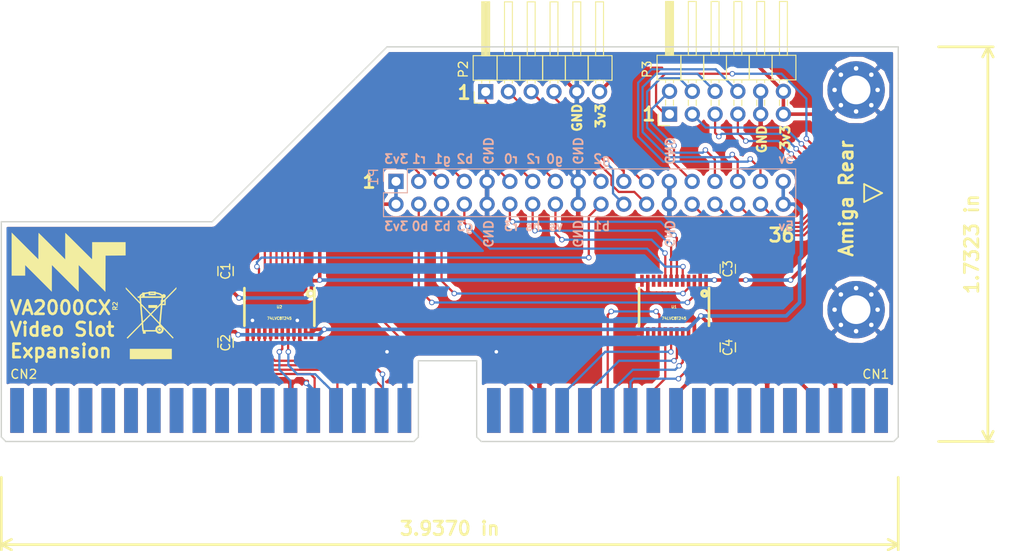
<source format=kicad_pcb>
(kicad_pcb (version 20160815) (host pcbnew "(2016-08-20 BZR 7083)-product")
  (layers (0 F.Cu signal) (31 B.Cu signal) (34 B.Paste user) (35 F.Paste user hide) (36 B.SilkS user) (37 F.SilkS user) (38 B.Mask user) (39 F.Mask user hide) (44 Edge.Cuts user))
  (net 0 "")
  (net 1 GND)
  (net 2 "Net-(U1-Pad9)")
  (net 3 "Net-(U1-Pad10)")
  (net 4 "Net-(U1-Pad14)")
  (net 5 "Net-(U1-Pad15)")
  (net 6 +3V3)
  (net 7 /b0)
  (net 8 /b3)
  (net 9 /g3)
  (net 10 /r3)
  (net 11 /HS)
  (net 12 /VS)
  (net 13 /r1)
  (net 14 /g1)
  (net 15 /b2)
  (net 16 /r0)
  (net 17 /r2)
  (net 18 /g0)
  (net 19 /g2)
  (net 20 /b1)
  (net 21 "Net-(P1-Pad21)")
  (net 22 "Net-(P1-Pad22)")
  (net 23 "Net-(P1-Pad23)")
  (net 24 "Net-(P1-Pad24)")
  (net 25 "Net-(P1-Pad27)")
  (net 26 "Net-(P1-Pad28)")
  (net 27 "Net-(P1-Pad29)")
  (net 28 "Net-(P1-Pad30)")
  (net 29 "Net-(P1-Pad31)")
  (net 30 "Net-(P1-Pad32)")
  (net 31 "Net-(P1-Pad33)")
  (net 32 "Net-(P1-Pad34)")
  (net 33 +5V)
  (net 34 "Net-(CN2-Pad36)")
  (net 35 "Net-(CN2-Pad34)")
  (net 36 "Net-(CN2-Pad32)")
  (net 37 "Net-(CN2-Pad30)")
  (net 38 "Net-(CN2-Pad28)")
  (net 39 "Net-(CN2-Pad26)")
  (net 40 "Net-(CN2-Pad24)")
  (net 41 "Net-(CN2-Pad22)")
  (net 42 "Net-(CN2-Pad20)")
  (net 43 "Net-(CN2-Pad18)")
  (net 44 "Net-(CN2-Pad16)")
  (net 45 "Net-(CN2-Pad14)")
  (net 46 "Net-(CN2-Pad10)")
  (net 47 "Net-(CN2-Pad8)")
  (net 48 "Net-(CN2-Pad6)")
  (net 49 "Net-(CN2-Pad4)")
  (net 50 "Net-(CN2-Pad2)")
  (net 51 "Net-(CN2-Pad35)")
  (net 52 "Net-(CN2-Pad33)")
  (net 53 "Net-(CN2-Pad31)")
  (net 54 "Net-(CN2-Pad29)")
  (net 55 "Net-(CN2-Pad27)")
  (net 56 "Net-(CN2-Pad25)")
  (net 57 "Net-(CN2-Pad23)")
  (net 58 "Net-(CN2-Pad21)")
  (net 59 "Net-(CN2-Pad19)")
  (net 60 "Net-(CN2-Pad17)")
  (net 61 "Net-(CN2-Pad15)")
  (net 62 "Net-(CN2-Pad13)")
  (net 63 "Net-(CN2-Pad11)")
  (net 64 "Net-(CN2-Pad7)")
  (net 65 "Net-(CN2-Pad3)")
  (net 66 "Net-(CN1-Pad36)")
  (net 67 "Net-(CN1-Pad34)")
  (net 68 "Net-(CN1-Pad30)")
  (net 69 "Net-(CN1-Pad28)")
  (net 70 "Net-(CN1-Pad26)")
  (net 71 "Net-(CN1-Pad22)")
  (net 72 "Net-(CN1-Pad18)")
  (net 73 "Net-(CN1-Pad16)")
  (net 74 "Net-(CN1-Pad14)")
  (net 75 "Net-(CN1-Pad10)")
  (net 76 "Net-(CN1-Pad4)")
  (net 77 "Net-(CN1-Pad2)")
  (net 78 "Net-(CN1-Pad33)")
  (net 79 "Net-(CN1-Pad31)")
  (net 80 "Net-(CN1-Pad29)")
  (net 81 "Net-(CN1-Pad27)")
  (net 82 "Net-(CN1-Pad25)")
  (net 83 "Net-(CN1-Pad23)")
  (net 84 "Net-(CN1-Pad21)")
  (net 85 "Net-(CN1-Pad19)")
  (net 86 "Net-(CN1-Pad17)")
  (net 87 "Net-(CN1-Pad15)")
  (net 88 "Net-(CN1-Pad13)")
  (net 89 "Net-(CN1-Pad11)")
  (net 90 "Net-(CN1-Pad9)")
  (net 91 "Net-(CN1-Pad7)")
  (net 92 "Net-(CN1-Pad5)")
  (net 93 "Net-(CN1-Pad3)")
  (net 94 "Net-(CN1-Pad1)")
  (net 95 "Net-(CN1-Pad35)")
  (module Mounting_Holes:MountingHole_3.2mm_M3_Pad_Via (layer F.Cu) (at 231.802944 107.802944)
    (fp_text reference "" (at 0 -4.2) (layer F.SilkS))
    (fp_text value "")
    (pad "" thru_hole circle (at 0 0) (size 6.4 6.4) (drill 3.2) (layers *.Cu *.Mask) (net 1 GND))
    (pad "" thru_hole circle (at 2.4 0) (size 0.6 0.6) (drill 0.5) (layers *.Cu *.Mask))
    (pad "" thru_hole circle (at 1.697056 1.697056) (size 0.6 0.6) (drill 0.5) (layers *.Cu *.Mask))
    (pad "" thru_hole circle (at 0 2.4) (size 0.6 0.6) (drill 0.5) (layers *.Cu *.Mask))
    (pad "" thru_hole circle (at -1.697056 1.697056) (size 0.6 0.6) (drill 0.5) (layers *.Cu *.Mask))
    (pad "" thru_hole circle (at -2.4 0) (size 0.6 0.6) (drill 0.5) (layers *.Cu *.Mask))
    (pad "" thru_hole circle (at -1.697056 -1.697056) (size 0.6 0.6) (drill 0.5) (layers *.Cu *.Mask))
    (pad "" thru_hole circle (at 0 -2.4) (size 0.6 0.6) (drill 0.5) (layers *.Cu *.Mask))
    (pad "" thru_hole circle (at 1.697056 -1.697056) (size 0.6 0.6) (drill 0.5) (layers *.Cu *.Mask))
  )
  (module Capacitors_SMD:C_0805_HandSoldering (layer F.Cu) (at 161.5 103.5 270)
    (fp_text reference C1 (at 0 0 270) (layer F.SilkS))
    (fp_text value C)
    (pad 1 smd rect (at -1.25 0 270) (size 1.5 1.25) (layers F.Cu F.Paste F.Mask) (net 1 GND))
    (pad 2 smd rect (at 1.25 0 270) (size 1.5 1.25) (layers F.Cu F.Paste F.Mask) (net 6 +3V3))
  )
  (module Capacitors_SMD:C_0805_HandSoldering (layer F.Cu) (at 161.5 111.5 90)
    (fp_text reference C2 (at 0 0 90) (layer F.SilkS))
    (fp_text value C)
    (pad 1 smd rect (at -1.25 0 90) (size 1.5 1.25) (layers F.Cu F.Paste F.Mask) (net 1 GND))
    (pad 2 smd rect (at 1.25 0 90) (size 1.5 1.25) (layers F.Cu F.Paste F.Mask) (net 33 +5V))
  )
  (module Capacitors_SMD:C_0805_HandSoldering (layer F.Cu) (at 217.5 112 90)
    (fp_text reference C4 (at 0 0 90) (layer F.SilkS))
    (fp_text value C)
    (pad 1 smd rect (at -1.25 0 90) (size 1.5 1.25) (layers F.Cu F.Paste F.Mask) (net 1 GND))
    (pad 2 smd rect (at 1.25 0 90) (size 1.5 1.25) (layers F.Cu F.Paste F.Mask) (net 33 +5V))
  )
  (module mnt:TSSOP24-44 (layer F.Cu) (at 211.5 107.5 180)
    (fp_text reference U1 (at 0 0 180) (layer F.SilkS) (effects (font (size 0.29972 0.29972) (thickness 0.0762))))
    (fp_text value 74LVC8T245 (at 0 -1.27 180) (layer F.SilkS) (effects (font (size 0.29972 0.29972) (thickness 0.0762))))
    (pad 1 smd rect (at -3.57378 2.92354) (size 0.39878 1.34874) (layers F.Cu F.Paste F.Mask) (net 6 +3V3))
    (pad 2 smd rect (at -2.92354 2.92354) (size 0.39878 1.34874) (layers F.Cu F.Paste F.Mask) (net 1 GND))
    (pad 3 smd rect (at -2.2733 2.92354) (size 0.39878 1.34874) (layers F.Cu F.Paste F.Mask) (net 7 /b0))
    (pad 4 smd rect (at -1.62306 2.92354) (size 0.39878 1.34874) (layers F.Cu F.Paste F.Mask) (net 8 /b3))
    (pad 5 smd rect (at -0.97282 2.92354) (size 0.39878 1.34874) (layers F.Cu F.Paste F.Mask) (net 9 /g3))
    (pad 6 smd rect (at -0.32258 2.92354) (size 0.39878 1.34874) (layers F.Cu F.Paste F.Mask) (net 10 /r3))
    (pad 7 smd rect (at 0.32258 2.92354) (size 0.39878 1.34874) (layers F.Cu F.Paste F.Mask) (net 11 /HS))
    (pad 8 smd rect (at 0.97282 2.92354) (size 0.39878 1.34874) (layers F.Cu F.Paste F.Mask) (net 12 /VS))
    (pad 9 smd rect (at 1.62306 2.92354) (size 0.39878 1.34874) (layers F.Cu F.Paste F.Mask) (net 2 "Net-(U1-Pad9)"))
    (pad 10 smd rect (at 2.2733 2.92354) (size 0.39878 1.34874) (layers F.Cu F.Paste F.Mask) (net 3 "Net-(U1-Pad10)"))
    (pad 11 smd rect (at 2.92354 2.92354) (size 0.39878 1.34874) (layers F.Cu F.Paste F.Mask) (net 1 GND))
    (pad 12 smd rect (at 3.57378 2.92354) (size 0.39878 1.34874) (layers F.Cu F.Paste F.Mask) (net 1 GND))
    (pad 13 smd rect (at 3.57378 -2.92354 180) (size 0.39878 1.34874) (layers F.Cu F.Paste F.Mask) (net 1 GND))
    (pad 14 smd rect (at 2.92354 -2.92354 180) (size 0.39878 1.34874) (layers F.Cu F.Paste F.Mask) (net 4 "Net-(U1-Pad14)"))
    (pad 15 smd rect (at 2.2733 -2.92354 180) (size 0.39878 1.34874) (layers F.Cu F.Paste F.Mask) (net 5 "Net-(U1-Pad15)"))
    (pad 16 smd rect (at 1.62306 -2.92354 180) (size 0.39878 1.34874) (layers F.Cu F.Paste F.Mask) (net 70 "Net-(CN1-Pad26)"))
    (pad 17 smd rect (at 0.97282 -2.92354 180) (size 0.39878 1.34874) (layers F.Cu F.Paste F.Mask) (net 71 "Net-(CN1-Pad22)"))
    (pad 18 smd rect (at 0.32258 -2.92354 180) (size 0.39878 1.34874) (layers F.Cu F.Paste F.Mask) (net 80 "Net-(CN1-Pad29)"))
    (pad 19 smd rect (at -0.32258 -2.92354 180) (size 0.39878 1.34874) (layers F.Cu F.Paste F.Mask) (net 81 "Net-(CN1-Pad27)"))
    (pad 20 smd rect (at -0.97282 -2.92354 180) (size 0.39878 1.34874) (layers F.Cu F.Paste F.Mask) (net 82 "Net-(CN1-Pad25)"))
    (pad 21 smd rect (at -1.62306 -2.92354 180) (size 0.39878 1.34874) (layers F.Cu F.Paste F.Mask) (net 83 "Net-(CN1-Pad23)"))
    (pad 22 smd rect (at -2.2733 -2.92354 180) (size 0.39878 1.34874) (layers F.Cu F.Paste F.Mask) (net 1 GND))
    (pad 23 smd rect (at -2.92354 -2.92354 180) (size 0.39878 1.34874) (layers F.Cu F.Paste F.Mask) (net 33 +5V))
    (pad 24 smd rect (at -3.57378 -2.92354 180) (size 0.39878 1.34874) (layers F.Cu F.Paste F.Mask) (net 33 +5V))
  )
  (module mnt:TSSOP24-44 (layer F.Cu) (at 167.5 107.5 180)
    (fp_text reference U2 (at 0 0 180) (layer F.SilkS) (effects (font (size 0.29972 0.29972) (thickness 0.0762))))
    (fp_text value 74LVC8T245 (at 0 -1.27 180) (layer F.SilkS) (effects (font (size 0.29972 0.29972) (thickness 0.0762))))
    (pad 1 smd rect (at -3.57378 2.92354) (size 0.39878 1.34874) (layers F.Cu F.Paste F.Mask) (net 6 +3V3))
    (pad 2 smd rect (at -2.92354 2.92354) (size 0.39878 1.34874) (layers F.Cu F.Paste F.Mask) (net 1 GND))
    (pad 3 smd rect (at -2.2733 2.92354) (size 0.39878 1.34874) (layers F.Cu F.Paste F.Mask) (net 13 /r1))
    (pad 4 smd rect (at -1.62306 2.92354) (size 0.39878 1.34874) (layers F.Cu F.Paste F.Mask) (net 14 /g1))
    (pad 5 smd rect (at -0.97282 2.92354) (size 0.39878 1.34874) (layers F.Cu F.Paste F.Mask) (net 15 /b2))
    (pad 6 smd rect (at -0.32258 2.92354) (size 0.39878 1.34874) (layers F.Cu F.Paste F.Mask) (net 16 /r0))
    (pad 7 smd rect (at 0.32258 2.92354) (size 0.39878 1.34874) (layers F.Cu F.Paste F.Mask) (net 17 /r2))
    (pad 8 smd rect (at 0.97282 2.92354) (size 0.39878 1.34874) (layers F.Cu F.Paste F.Mask) (net 18 /g0))
    (pad 9 smd rect (at 1.62306 2.92354) (size 0.39878 1.34874) (layers F.Cu F.Paste F.Mask) (net 19 /g2))
    (pad 10 smd rect (at 2.2733 2.92354) (size 0.39878 1.34874) (layers F.Cu F.Paste F.Mask) (net 20 /b1))
    (pad 11 smd rect (at 2.92354 2.92354) (size 0.39878 1.34874) (layers F.Cu F.Paste F.Mask) (net 1 GND))
    (pad 12 smd rect (at 3.57378 2.92354) (size 0.39878 1.34874) (layers F.Cu F.Paste F.Mask) (net 1 GND))
    (pad 13 smd rect (at 3.57378 -2.92354 180) (size 0.39878 1.34874) (layers F.Cu F.Paste F.Mask) (net 1 GND))
    (pad 14 smd rect (at 2.92354 -2.92354 180) (size 0.39878 1.34874) (layers F.Cu F.Paste F.Mask) (net 46 "Net-(CN2-Pad10)"))
    (pad 15 smd rect (at 2.2733 -2.92354 180) (size 0.39878 1.34874) (layers F.Cu F.Paste F.Mask) (net 47 "Net-(CN2-Pad8)"))
    (pad 16 smd rect (at 1.62306 -2.92354 180) (size 0.39878 1.34874) (layers F.Cu F.Paste F.Mask) (net 48 "Net-(CN2-Pad6)"))
    (pad 17 smd rect (at 0.97282 -2.92354 180) (size 0.39878 1.34874) (layers F.Cu F.Paste F.Mask) (net 49 "Net-(CN2-Pad4)"))
    (pad 18 smd rect (at 0.32258 -2.92354 180) (size 0.39878 1.34874) (layers F.Cu F.Paste F.Mask) (net 50 "Net-(CN2-Pad2)"))
    (pad 19 smd rect (at -0.32258 -2.92354 180) (size 0.39878 1.34874) (layers F.Cu F.Paste F.Mask) (net 63 "Net-(CN2-Pad11)"))
    (pad 20 smd rect (at -0.97282 -2.92354 180) (size 0.39878 1.34874) (layers F.Cu F.Paste F.Mask) (net 64 "Net-(CN2-Pad7)"))
    (pad 21 smd rect (at -1.62306 -2.92354 180) (size 0.39878 1.34874) (layers F.Cu F.Paste F.Mask) (net 65 "Net-(CN2-Pad3)"))
    (pad 22 smd rect (at -2.2733 -2.92354 180) (size 0.39878 1.34874) (layers F.Cu F.Paste F.Mask) (net 1 GND))
    (pad 23 smd rect (at -2.92354 -2.92354 180) (size 0.39878 1.34874) (layers F.Cu F.Paste F.Mask) (net 33 +5V))
    (pad 24 smd rect (at -3.57378 -2.92354 180) (size 0.39878 1.34874) (layers F.Cu F.Paste F.Mask) (net 33 +5V))
  )
  (module Pin_Headers:Pin_Header_Straight_2x18_Pitch2.54mm (layer B.Cu) (at 180.5 93.5 270)
    (fp_text reference P1 (at -0.5 2.5 270) (layer B.SilkS) (effects (justify mirror)))
    (fp_text value UPLINK)
    (pad 1 thru_hole rect (at 0 0 270) (size 1.7 1.7) (drill 1) (layers *.Cu *.Mask) (net 6 +3V3))
    (pad 2 thru_hole oval (at 2.54 0 270) (size 1.7 1.7) (drill 1) (layers *.Cu *.Mask) (net 6 +3V3))
    (pad 3 thru_hole oval (at 0 -2.54 270) (size 1.7 1.7) (drill 1) (layers *.Cu *.Mask) (net 13 /r1))
    (pad 4 thru_hole oval (at 2.54 -2.54 270) (size 1.7 1.7) (drill 1) (layers *.Cu *.Mask) (net 7 /b0))
    (pad 5 thru_hole oval (at 0 -5.08 270) (size 1.7 1.7) (drill 1) (layers *.Cu *.Mask) (net 14 /g1))
    (pad 6 thru_hole oval (at 2.54 -5.08 270) (size 1.7 1.7) (drill 1) (layers *.Cu *.Mask) (net 8 /b3))
    (pad 7 thru_hole oval (at 0 -7.62 270) (size 1.7 1.7) (drill 1) (layers *.Cu *.Mask) (net 15 /b2))
    (pad 8 thru_hole oval (at 2.54 -7.62 270) (size 1.7 1.7) (drill 1) (layers *.Cu *.Mask) (net 9 /g3))
    (pad 9 thru_hole oval (at 0 -10.16 270) (size 1.7 1.7) (drill 1) (layers *.Cu *.Mask) (net 1 GND))
    (pad 10 thru_hole oval (at 2.54 -10.16 270) (size 1.7 1.7) (drill 1) (layers *.Cu *.Mask) (net 1 GND))
    (pad 11 thru_hole oval (at 0 -12.7 270) (size 1.7 1.7) (drill 1) (layers *.Cu *.Mask) (net 16 /r0))
    (pad 12 thru_hole oval (at 2.54 -12.7 270) (size 1.7 1.7) (drill 1) (layers *.Cu *.Mask) (net 10 /r3))
    (pad 13 thru_hole oval (at 0 -15.24 270) (size 1.7 1.7) (drill 1) (layers *.Cu *.Mask) (net 17 /r2))
    (pad 14 thru_hole oval (at 2.54 -15.24 270) (size 1.7 1.7) (drill 1) (layers *.Cu *.Mask) (net 11 /HS))
    (pad 15 thru_hole oval (at 0 -17.78 270) (size 1.7 1.7) (drill 1) (layers *.Cu *.Mask) (net 18 /g0))
    (pad 16 thru_hole oval (at 2.54 -17.78 270) (size 1.7 1.7) (drill 1) (layers *.Cu *.Mask) (net 12 /VS))
    (pad 17 thru_hole oval (at 0 -20.32 270) (size 1.7 1.7) (drill 1) (layers *.Cu *.Mask) (net 1 GND))
    (pad 18 thru_hole oval (at 2.54 -20.32 270) (size 1.7 1.7) (drill 1) (layers *.Cu *.Mask) (net 1 GND))
    (pad 19 thru_hole oval (at 0 -22.86 270) (size 1.7 1.7) (drill 1) (layers *.Cu *.Mask) (net 19 /g2))
    (pad 20 thru_hole oval (at 2.54 -22.86 270) (size 1.7 1.7) (drill 1) (layers *.Cu *.Mask) (net 20 /b1))
    (pad 21 thru_hole oval (at 0 -25.4 270) (size 1.7 1.7) (drill 1) (layers *.Cu *.Mask) (net 21 "Net-(P1-Pad21)"))
    (pad 22 thru_hole oval (at 2.54 -25.4 270) (size 1.7 1.7) (drill 1) (layers *.Cu *.Mask) (net 22 "Net-(P1-Pad22)"))
    (pad 23 thru_hole oval (at 0 -27.94 270) (size 1.7 1.7) (drill 1) (layers *.Cu *.Mask) (net 23 "Net-(P1-Pad23)"))
    (pad 24 thru_hole oval (at 2.54 -27.94 270) (size 1.7 1.7) (drill 1) (layers *.Cu *.Mask) (net 24 "Net-(P1-Pad24)"))
    (pad 25 thru_hole oval (at 0 -30.48 270) (size 1.7 1.7) (drill 1) (layers *.Cu *.Mask) (net 1 GND))
    (pad 26 thru_hole oval (at 2.54 -30.48 270) (size 1.7 1.7) (drill 1) (layers *.Cu *.Mask) (net 1 GND))
    (pad 27 thru_hole oval (at 0 -33.02 270) (size 1.7 1.7) (drill 1) (layers *.Cu *.Mask) (net 25 "Net-(P1-Pad27)"))
    (pad 28 thru_hole oval (at 2.54 -33.02 270) (size 1.7 1.7) (drill 1) (layers *.Cu *.Mask) (net 26 "Net-(P1-Pad28)"))
    (pad 29 thru_hole oval (at 0 -35.56 270) (size 1.7 1.7) (drill 1) (layers *.Cu *.Mask) (net 27 "Net-(P1-Pad29)"))
    (pad 30 thru_hole oval (at 2.54 -35.56 270) (size 1.7 1.7) (drill 1) (layers *.Cu *.Mask) (net 28 "Net-(P1-Pad30)"))
    (pad 31 thru_hole oval (at 0 -38.1 270) (size 1.7 1.7) (drill 1) (layers *.Cu *.Mask) (net 29 "Net-(P1-Pad31)"))
    (pad 32 thru_hole oval (at 2.54 -38.1 270) (size 1.7 1.7) (drill 1) (layers *.Cu *.Mask) (net 30 "Net-(P1-Pad32)"))
    (pad 33 thru_hole oval (at 0 -40.64 270) (size 1.7 1.7) (drill 1) (layers *.Cu *.Mask) (net 31 "Net-(P1-Pad33)"))
    (pad 34 thru_hole oval (at 2.54 -40.64 270) (size 1.7 1.7) (drill 1) (layers *.Cu *.Mask) (net 32 "Net-(P1-Pad34)"))
    (pad 35 thru_hole oval (at 0 -43.18 270) (size 1.7 1.7) (drill 1) (layers *.Cu *.Mask) (net 33 +5V))
    (pad 36 thru_hole oval (at 2.54 -43.18 270) (size 1.7 1.7) (drill 1) (layers *.Cu *.Mask) (net 33 +5V))
  )
  (module Pin_Headers:Pin_Header_Angled_2x06_Pitch2.54mm (layer F.Cu) (at 211 86 90)
    (fp_text reference P3 (at 5 -2.5 90) (layer F.SilkS))
    (fp_text value PMOD2)
    (pad 1 thru_hole rect (at 0 0 90) (size 1.7 1.7) (drill 1) (layers *.Cu *.Mask) (net 26 "Net-(P1-Pad28)"))
    (pad 2 thru_hole oval (at 2.54 0 90) (size 1.7 1.7) (drill 1) (layers *.Cu *.Mask) (net 25 "Net-(P1-Pad27)"))
    (pad 3 thru_hole oval (at 0 2.54 90) (size 1.7 1.7) (drill 1) (layers *.Cu *.Mask) (net 28 "Net-(P1-Pad30)"))
    (pad 4 thru_hole oval (at 2.54 2.54 90) (size 1.7 1.7) (drill 1) (layers *.Cu *.Mask) (net 27 "Net-(P1-Pad29)"))
    (pad 5 thru_hole oval (at 0 5.08 90) (size 1.7 1.7) (drill 1) (layers *.Cu *.Mask) (net 30 "Net-(P1-Pad32)"))
    (pad 6 thru_hole oval (at 2.54 5.08 90) (size 1.7 1.7) (drill 1) (layers *.Cu *.Mask) (net 29 "Net-(P1-Pad31)"))
    (pad 7 thru_hole oval (at 0 7.62 90) (size 1.7 1.7) (drill 1) (layers *.Cu *.Mask) (net 32 "Net-(P1-Pad34)"))
    (pad 8 thru_hole oval (at 2.54 7.62 90) (size 1.7 1.7) (drill 1) (layers *.Cu *.Mask) (net 31 "Net-(P1-Pad33)"))
    (pad 9 thru_hole oval (at 0 10.16 90) (size 1.7 1.7) (drill 1) (layers *.Cu *.Mask) (net 1 GND))
    (pad 10 thru_hole oval (at 2.54 10.16 90) (size 1.7 1.7) (drill 1) (layers *.Cu *.Mask) (net 1 GND))
    (pad 11 thru_hole oval (at 0 12.7 90) (size 1.7 1.7) (drill 1) (layers *.Cu *.Mask) (net 6 +3V3))
    (pad 12 thru_hole oval (at 2.54 12.7 90) (size 1.7 1.7) (drill 1) (layers *.Cu *.Mask) (net 6 +3V3))
  )
  (module Pin_Headers:Pin_Header_Angled_1x06_Pitch2.54mm (layer F.Cu) (at 190.5 83.5 90)
    (fp_text reference P2 (at 2.5 -2.5 270) (layer F.SilkS))
    (fp_text value PMOD1)
    (pad 1 thru_hole rect (at 0 0 90) (size 1.7 1.7) (drill 1) (layers *.Cu *.Mask) (net 24 "Net-(P1-Pad24)"))
    (pad 2 thru_hole oval (at 0 2.54 90) (size 1.7 1.7) (drill 1) (layers *.Cu *.Mask) (net 22 "Net-(P1-Pad22)"))
    (pad 3 thru_hole oval (at 0 5.08 90) (size 1.7 1.7) (drill 1) (layers *.Cu *.Mask) (net 21 "Net-(P1-Pad21)"))
    (pad 4 thru_hole oval (at 0 7.62 90) (size 1.7 1.7) (drill 1) (layers *.Cu *.Mask) (net 23 "Net-(P1-Pad23)"))
    (pad 5 thru_hole oval (at 0 10.16 90) (size 1.7 1.7) (drill 1) (layers *.Cu *.Mask) (net 1 GND))
    (pad 6 thru_hole oval (at 0 12.7 90) (size 1.7 1.7) (drill 1) (layers *.Cu *.Mask) (net 6 +3V3))
  )
  (module mntamiga:CN452 (layer F.Cu) (at 159.84689 116.5)
    (fp_text reference CN2 (at -20.84689 -1.5) (layer F.SilkS))
    (fp_text value CN452/207)
    (pad 36 connect rect (at -21.59 2.54) (size 1.524 5) (layers F.Cu F.Mask) (net 34 "Net-(CN2-Pad36)"))
    (pad 34 connect rect (at -19.05 2.54) (size 1.524 5) (layers F.Cu F.Mask) (net 35 "Net-(CN2-Pad34)"))
    (pad 32 connect rect (at -16.51 2.54) (size 1.524 5) (layers F.Cu F.Mask) (net 36 "Net-(CN2-Pad32)"))
    (pad 30 connect rect (at -13.97 2.54) (size 1.524 5) (layers F.Cu F.Mask) (net 37 "Net-(CN2-Pad30)"))
    (pad 28 connect rect (at -11.43 2.54) (size 1.524 5) (layers F.Cu F.Mask) (net 38 "Net-(CN2-Pad28)"))
    (pad 26 connect rect (at -8.89 2.54) (size 1.524 5) (layers F.Cu F.Mask) (net 39 "Net-(CN2-Pad26)"))
    (pad 24 connect rect (at -6.35 2.54) (size 1.524 5) (layers F.Cu F.Mask) (net 40 "Net-(CN2-Pad24)"))
    (pad 22 connect rect (at -3.81 2.54) (size 1.524 5) (layers F.Cu F.Mask) (net 41 "Net-(CN2-Pad22)"))
    (pad 20 connect rect (at -1.27 2.54) (size 1.524 5) (layers F.Cu F.Mask) (net 42 "Net-(CN2-Pad20)"))
    (pad 18 connect rect (at 1.27 2.54) (size 1.524 5) (layers F.Cu F.Mask) (net 43 "Net-(CN2-Pad18)"))
    (pad 16 connect rect (at 3.81 2.54) (size 1.524 5) (layers F.Cu F.Mask) (net 44 "Net-(CN2-Pad16)"))
    (pad 14 connect rect (at 6.35 2.54) (size 1.524 5) (layers F.Cu F.Mask) (net 45 "Net-(CN2-Pad14)"))
    (pad 12 connect rect (at 8.89 2.54) (size 1.524 5) (layers F.Cu F.Mask) (net 1 GND))
    (pad 10 connect rect (at 11.43 2.54) (size 1.524 5) (layers F.Cu F.Mask) (net 46 "Net-(CN2-Pad10)"))
    (pad 8 connect rect (at 13.97 2.54) (size 1.524 5) (layers F.Cu F.Mask) (net 47 "Net-(CN2-Pad8)"))
    (pad 6 connect rect (at 16.51 2.54) (size 1.524 5) (layers F.Cu F.Mask) (net 48 "Net-(CN2-Pad6)"))
    (pad 4 connect rect (at 19.05 2.54) (size 1.524 5) (layers F.Cu F.Mask) (net 49 "Net-(CN2-Pad4)"))
    (pad 2 connect rect (at 21.59 2.54) (size 1.524 5) (layers F.Cu F.Mask) (net 50 "Net-(CN2-Pad2)"))
    (pad 35 connect rect (at -21.59 2.54) (size 1.524 5) (layers B.Cu B.Mask) (net 51 "Net-(CN2-Pad35)"))
    (pad 33 connect rect (at -19.05 2.54) (size 1.524 5) (layers B.Cu B.Mask) (net 52 "Net-(CN2-Pad33)"))
    (pad 31 connect rect (at -16.51 2.54) (size 1.524 5) (layers B.Cu B.Mask) (net 53 "Net-(CN2-Pad31)"))
    (pad 29 connect rect (at -13.97 2.54) (size 1.524 5) (layers B.Cu B.Mask) (net 54 "Net-(CN2-Pad29)"))
    (pad 27 connect rect (at -11.43 2.54) (size 1.524 5) (layers B.Cu B.Mask) (net 55 "Net-(CN2-Pad27)"))
    (pad 25 connect rect (at -8.89 2.54) (size 1.524 5) (layers B.Cu B.Mask) (net 56 "Net-(CN2-Pad25)"))
    (pad 23 connect rect (at -6.35 2.54) (size 1.524 5) (layers B.Cu B.Mask) (net 57 "Net-(CN2-Pad23)"))
    (pad 21 connect rect (at -3.81 2.54) (size 1.524 5) (layers B.Cu B.Mask) (net 58 "Net-(CN2-Pad21)"))
    (pad 19 connect rect (at -1.27 2.54) (size 1.524 5) (layers B.Cu B.Mask) (net 59 "Net-(CN2-Pad19)"))
    (pad 17 connect rect (at 1.27 2.54) (size 1.524 5) (layers B.Cu B.Mask) (net 60 "Net-(CN2-Pad17)"))
    (pad 15 connect rect (at 3.81 2.54) (size 1.524 5) (layers B.Cu B.Mask) (net 61 "Net-(CN2-Pad15)"))
    (pad 13 connect rect (at 6.35 2.54) (size 1.524 5) (layers B.Cu B.Mask) (net 62 "Net-(CN2-Pad13)"))
    (pad 11 connect rect (at 8.89 2.54) (size 1.524 5) (layers B.Cu B.Mask) (net 63 "Net-(CN2-Pad11)"))
    (pad 9 connect rect (at 11.43 2.54) (size 1.524 5) (layers B.Cu B.Mask) (net 1 GND))
    (pad 7 connect rect (at 13.97 2.54) (size 1.524 5) (layers B.Cu B.Mask) (net 64 "Net-(CN2-Pad7)"))
    (pad 5 connect rect (at 16.51 2.54) (size 1.524 5) (layers B.Cu B.Mask) (net 1 GND))
    (pad 3 connect rect (at 19.05 2.54) (size 1.524 5) (layers B.Cu B.Mask) (net 65 "Net-(CN2-Pad3)"))
    (pad 1 connect rect (at 21.59 2.54) (size 1.524 5) (layers B.Cu B.Mask) (net 1 GND))
  )
  (module mntamiga:CN451 (layer F.Cu) (at 213 116.5)
    (fp_text reference CN1 (at 21 -1.5) (layer F.SilkS))
    (fp_text value CN451/203)
    (pad 36 connect rect (at -21.59 2.54) (size 1.524 5) (layers F.Cu F.Mask) (net 66 "Net-(CN1-Pad36)"))
    (pad 34 connect rect (at -19.05 2.54) (size 1.524 5) (layers F.Cu F.Mask) (net 67 "Net-(CN1-Pad34)"))
    (pad 32 connect rect (at -16.51 2.54) (size 1.524 5) (layers F.Cu F.Mask) (net 1 GND))
    (pad 30 connect rect (at -13.97 2.54) (size 1.524 5) (layers F.Cu F.Mask) (net 68 "Net-(CN1-Pad30)"))
    (pad 28 connect rect (at -11.43 2.54) (size 1.524 5) (layers F.Cu F.Mask) (net 69 "Net-(CN1-Pad28)"))
    (pad 26 connect rect (at -8.89 2.54) (size 1.524 5) (layers F.Cu F.Mask) (net 70 "Net-(CN1-Pad26)"))
    (pad 24 connect rect (at -6.35 2.54) (size 1.524 5) (layers F.Cu F.Mask) (net 1 GND))
    (pad 22 connect rect (at -3.81 2.54) (size 1.524 5) (layers F.Cu F.Mask) (net 71 "Net-(CN1-Pad22)"))
    (pad 20 connect rect (at -1.27 2.54) (size 1.524 5) (layers F.Cu F.Mask) (net 1 GND))
    (pad 18 connect rect (at 1.27 2.54) (size 1.524 5) (layers F.Cu F.Mask) (net 72 "Net-(CN1-Pad18)"))
    (pad 16 connect rect (at 3.81 2.54) (size 1.524 5) (layers F.Cu F.Mask) (net 73 "Net-(CN1-Pad16)"))
    (pad 14 connect rect (at 6.35 2.54) (size 1.524 5) (layers F.Cu F.Mask) (net 74 "Net-(CN1-Pad14)"))
    (pad 12 connect rect (at 8.89 2.54) (size 1.524 5) (layers F.Cu F.Mask) (net 1 GND))
    (pad 10 connect rect (at 11.43 2.54) (size 1.524 5) (layers F.Cu F.Mask) (net 75 "Net-(CN1-Pad10)"))
    (pad 8 connect rect (at 13.97 2.54) (size 1.524 5) (layers F.Cu F.Mask) (net 33 +5V))
    (pad 6 connect rect (at 16.51 2.54) (size 1.524 5) (layers F.Cu F.Mask) (net 33 +5V))
    (pad 4 connect rect (at 19.05 2.54) (size 1.524 5) (layers F.Cu F.Mask) (net 76 "Net-(CN1-Pad4)"))
    (pad 2 connect rect (at 21.59 2.54) (size 1.524 5) (layers F.Cu F.Mask) (net 77 "Net-(CN1-Pad2)"))
    (pad 35 connect rect (at -21.59 2.54) (size 1.524 5) (layers B.Cu B.Mask) (net 95 "Net-(CN1-Pad35)"))
    (pad 33 connect rect (at -19.05 2.54) (size 1.524 5) (layers B.Cu B.Mask) (net 78 "Net-(CN1-Pad33)"))
    (pad 31 connect rect (at -16.51 2.54) (size 1.524 5) (layers B.Cu B.Mask) (net 79 "Net-(CN1-Pad31)"))
    (pad 29 connect rect (at -13.97 2.54) (size 1.524 5) (layers B.Cu B.Mask) (net 80 "Net-(CN1-Pad29)"))
    (pad 27 connect rect (at -11.43 2.54) (size 1.524 5) (layers B.Cu B.Mask) (net 81 "Net-(CN1-Pad27)"))
    (pad 25 connect rect (at -8.89 2.54) (size 1.524 5) (layers B.Cu B.Mask) (net 82 "Net-(CN1-Pad25)"))
    (pad 23 connect rect (at -6.35 2.54) (size 1.524 5) (layers B.Cu B.Mask) (net 83 "Net-(CN1-Pad23)"))
    (pad 21 connect rect (at -3.81 2.54) (size 1.524 5) (layers B.Cu B.Mask) (net 84 "Net-(CN1-Pad21)"))
    (pad 19 connect rect (at -1.27 2.54) (size 1.524 5) (layers B.Cu B.Mask) (net 85 "Net-(CN1-Pad19)"))
    (pad 17 connect rect (at 1.27 2.54) (size 1.524 5) (layers B.Cu B.Mask) (net 86 "Net-(CN1-Pad17)"))
    (pad 15 connect rect (at 3.81 2.54) (size 1.524 5) (layers B.Cu B.Mask) (net 87 "Net-(CN1-Pad15)"))
    (pad 13 connect rect (at 6.35 2.54) (size 1.524 5) (layers B.Cu B.Mask) (net 88 "Net-(CN1-Pad13)"))
    (pad 11 connect rect (at 8.89 2.54) (size 1.524 5) (layers B.Cu B.Mask) (net 89 "Net-(CN1-Pad11)"))
    (pad 9 connect rect (at 11.43 2.54) (size 1.524 5) (layers B.Cu B.Mask) (net 90 "Net-(CN1-Pad9)"))
    (pad 7 connect rect (at 13.97 2.54) (size 1.524 5) (layers B.Cu B.Mask) (net 91 "Net-(CN1-Pad7)"))
    (pad 5 connect rect (at 16.51 2.54) (size 1.524 5) (layers B.Cu B.Mask) (net 92 "Net-(CN1-Pad5)"))
    (pad 3 connect rect (at 19.05 2.54) (size 1.524 5) (layers B.Cu B.Mask) (net 93 "Net-(CN1-Pad3)"))
    (pad 1 connect rect (at 21.59 2.54) (size 1.524 5) (layers B.Cu B.Mask) (net 94 "Net-(CN1-Pad1)"))
  )
  (module Capacitors_SMD:C_0805_HandSoldering (layer F.Cu) (at 217.5 103.25 270)
    (fp_text reference C3 (at 0 0 270) (layer F.SilkS))
    (fp_text value C)
    (pad 1 smd rect (at -1.25 0 270) (size 1.5 1.25) (layers F.Cu F.Paste F.Mask) (net 1 GND))
    (pad 2 smd rect (at 1.25 0 270) (size 1.5 1.25) (layers F.Cu F.Paste F.Mask) (net 6 +3V3))
  )
  (module mnt:mnt (layer F.Cu) (at 144 102.5)
    (fp_text reference G*** hide)
    (fp_text value LOGO hide)
  )
  (module mnt:weeetrashcan (layer F.Cu) (at 153.2 109.3)
    (fp_text reference G*** hide)
    (fp_text value LOGO hide)
  )
  (module Mounting_Holes:MountingHole_3.2mm_M3_Pad_Via (layer F.Cu) (at 231.802944 83.302944)
    (fp_text reference "" (at 0 -4.2) (layer F.SilkS))
    (fp_text value "")
    (pad "" thru_hole circle (at 0 0) (size 6.4 6.4) (drill 3.2) (layers *.Cu *.Mask) (net 1 GND))
    (pad "" thru_hole circle (at 2.4 0) (size 0.6 0.6) (drill 0.5) (layers *.Cu *.Mask))
    (pad "" thru_hole circle (at 1.697056 1.697056) (size 0.6 0.6) (drill 0.5) (layers *.Cu *.Mask))
    (pad "" thru_hole circle (at 0 2.4) (size 0.6 0.6) (drill 0.5) (layers *.Cu *.Mask))
    (pad "" thru_hole circle (at -1.697056 1.697056) (size 0.6 0.6) (drill 0.5) (layers *.Cu *.Mask))
    (pad "" thru_hole circle (at -2.4 0) (size 0.6 0.6) (drill 0.5) (layers *.Cu *.Mask))
    (pad "" thru_hole circle (at -1.697056 -1.697056) (size 0.6 0.6) (drill 0.5) (layers *.Cu *.Mask))
    (pad "" thru_hole circle (at 0 -2.4) (size 0.6 0.6) (drill 0.5) (layers *.Cu *.Mask))
    (pad "" thru_hole circle (at 1.697056 -1.697056) (size 0.6 0.6) (drill 0.5) (layers *.Cu *.Mask))
  )
  (gr_text R2 (at 149.2 107.4 90) (layer F.SilkS) (effects (font (size 0.5 0.5) (thickness 0.1))))
  (gr_text GND (at 211 91.75 -90) (layer B.SilkS) (effects (font (size 1 1) (thickness 0.2)) (justify left mirror)))
  (gr_text GND (at 211 101 -90) (layer B.SilkS) (effects (font (size 1 1) (thickness 0.2)) (justify left mirror)))
  (gr_text GND (at 200.75 91.75 -90) (layer B.SilkS) (effects (font (size 1 1) (thickness 0.2)) (justify left mirror)))
  (gr_text GND (at 200.75 101 -90) (layer B.SilkS) (effects (font (size 1 1) (thickness 0.2)) (justify left mirror)))
  (gr_text GND (at 190.75 101 -90) (layer B.SilkS) (effects (font (size 1 1) (thickness 0.2)) (justify left mirror)))
  (gr_text GND (at 190.75 91.75 -90) (layer B.SilkS) (effects (font (size 1 1) (thickness 0.2)) (justify left mirror)))
  (gr_text 3v3 (at 182 98.5) (layer B.SilkS) (effects (font (size 1 1) (thickness 0.2)) (justify left mirror)))
  (gr_text 3v3 (at 182 91) (layer B.SilkS) (effects (font (size 1 1) (thickness 0.2)) (justify left mirror)))
  (gr_text g0 (at 199.25 91) (layer B.SilkS) (effects (font (size 1 1) (thickness 0.2)) (justify left mirror)))
  (gr_text r2 (at 196.75 91) (layer B.SilkS) (effects (font (size 1 1) (thickness 0.2)) (justify left mirror)))
  (gr_text r0 (at 194.25 91) (layer B.SilkS) (effects (font (size 1 1) (thickness 0.2)) (justify left mirror)))
  (gr_text b2 (at 189.25 91) (layer B.SilkS) (effects (font (size 1 1) (thickness 0.2)) (justify left mirror)))
  (gr_text g1 (at 186.75 91) (layer B.SilkS) (effects (font (size 1 1) (thickness 0.2)) (justify left mirror)))
  (gr_text r1 (at 184 91) (layer B.SilkS) (effects (font (size 1 1) (thickness 0.2)) (justify left mirror)))
  (gr_text b0 (at 184.25 98.5) (layer B.SilkS) (effects (font (size 1 1) (thickness 0.2)) (justify left mirror)))
  (gr_text b3 (at 186.75 98.5) (layer B.SilkS) (effects (font (size 1 1) (thickness 0.2)) (justify left mirror)))
  (gr_text g3 (at 189.25 98.5) (layer B.SilkS) (effects (font (size 1 1) (thickness 0.2)) (justify left mirror)))
  (gr_text r3 (at 194.25 98.5) (layer B.SilkS) (effects (font (size 1 1) (thickness 0.2)) (justify left mirror)))
  (gr_text hs (at 196.75 98.5) (layer B.SilkS) (effects (font (size 1 1) (thickness 0.2)) (justify left mirror)))
  (gr_text vs (at 199.25 98.5) (layer B.SilkS) (effects (font (size 1 1) (thickness 0.2)) (justify left mirror)))
  (gr_text g2 (at 204.5 91) (layer B.SilkS) (effects (font (size 1 1) (thickness 0.2)) (justify left mirror)))
  (gr_text b1 (at 204.5 98.5) (layer B.SilkS) (effects (font (size 1 1) (thickness 0.2)) (justify left mirror)))
  (gr_text 5v (at 224 98.5) (layer B.SilkS) (effects (font (size 1 1) (thickness 0.2)) (justify mirror)))
  (gr_text 5v (at 224 91) (layer B.SilkS) (effects (font (size 1 1) (thickness 0.2)) (justify mirror)))
  (dimension 100 (width 0.3) (layer F.SilkS) (gr_text "100.000 mm" (at 186.5 135.35) (layer F.SilkS) (effects (font (size 1.5 1.5) (thickness 0.3)))) (feature1 (pts (xy 236.5 126.5) (xy 236.5 136.7))) (feature2 (pts (xy 136.5 126.5) (xy 136.5 136.7))) (crossbar (pts (xy 136.5 134) (xy 236.5 134))) (arrow1a (pts (xy 236.5 134) (xy 235.373496 134.586421))) (arrow1b (pts (xy 236.5 134) (xy 235.373496 133.413579))) (arrow2a (pts (xy 136.5 134) (xy 137.626504 134.586421))) (arrow2b (pts (xy 136.5 134) (xy 137.626504 133.413579))))
  (dimension 44 (width 0.3) (layer F.SilkS) (gr_text "44.000 mm" (at 247.85 100.5 270) (layer F.SilkS) (effects (font (size 1.5 1.5) (thickness 0.3)))) (feature1 (pts (xy 241 122.5) (xy 249.2 122.5))) (feature2 (pts (xy 241 78.5) (xy 249.2 78.5))) (crossbar (pts (xy 246.5 78.5) (xy 246.5 122.5))) (arrow1a (pts (xy 246.5 122.5) (xy 245.913579 121.373496))) (arrow1b (pts (xy 246.5 122.5) (xy 247.086421 121.373496))) (arrow2a (pts (xy 246.5 78.5) (xy 245.913579 79.626504))) (arrow2b (pts (xy 246.5 78.5) (xy 247.086421 79.626504))))
  (gr_line (start 183 113.5) (end 189.5 113.5) (layer Edge.Cuts) (width 0.15))
  (gr_line (start 183 122) (end 183 113.5) (layer Edge.Cuts) (width 0.15))
  (gr_line (start 182.5 122.5) (end 183 122) (layer Edge.Cuts) (width 0.15))
  (gr_line (start 182 122.5) (end 182.5 122.5) (layer Edge.Cuts) (width 0.15))
  (gr_text 36 (at 223.5 99.5) (layer F.SilkS) (effects (font (size 1.5 1.5) (thickness 0.3))))
  (gr_line (start 137 122.5) (end 182 122.5) (layer Edge.Cuts) (width 0.15))
  (gr_line (start 136.5 122) (end 137 122.5) (layer Edge.Cuts) (width 0.15))
  (gr_line (start 236 122.5) (end 236.5 122) (layer Edge.Cuts) (width 0.15))
  (gr_line (start 189.5 122) (end 190 122.5) (layer Edge.Cuts) (width 0.15))
  (gr_line (start 189.5 122) (end 189.5 113.5) (layer Edge.Cuts) (width 0.15))
  (gr_text "VA2000CX\nVideo Slot\nExpansion" (at 137.3 110) (layer F.SilkS) (effects (font (size 1.5 1.5) (thickness 0.3)) (justify left)))
  (gr_text GND (at 221.3 88.8 90) (layer F.SilkS) (effects (font (size 1 1) (thickness 0.25))))
  (gr_text 3v3 (at 223.9 88.6 90) (layer F.SilkS) (effects (font (size 1 1) (thickness 0.25))))
  (gr_text GND (at 200.7 86.4 90) (layer F.SilkS) (effects (font (size 1 1) (thickness 0.25))))
  (gr_text 3v3 (at 203.3 86.2 90) (layer F.SilkS) (effects (font (size 1 1) (thickness 0.25))))
  (gr_text 1 (at 208.7 86) (layer F.SilkS) (effects (font (size 1.5 1.5) (thickness 0.3))))
  (gr_text 1 (at 188.1 83.6) (layer F.SilkS) (effects (font (size 1.5 1.5) (thickness 0.3))))
  (gr_text 1 (at 177.5 93.5) (layer F.SilkS) (effects (font (size 1.5 1.5) (thickness 0.3))))
  (gr_line (start 232.7 95.8) (end 232.7 93.8) (layer F.SilkS) (width 0.2))
  (gr_line (start 234.7 94.8) (end 232.7 95.8) (layer F.SilkS) (width 0.2))
  (gr_line (start 232.7 93.8) (end 234.7 94.8) (layer F.SilkS) (width 0.2))
  (gr_text "Amiga Rear" (at 230.7 95.4 90) (layer F.SilkS) (effects (font (size 1.5 1.5) (thickness 0.3))))
  (gr_line (start 179.5 78.5) (end 177 81) (layer Edge.Cuts) (width 0.15))
  (gr_line (start 236.5 78.5) (end 179.5 78.5) (layer Edge.Cuts) (width 0.15))
  (gr_line (start 236.5 78.5) (end 236.5 81) (layer Edge.Cuts) (width 0.15))
  (gr_line (start 236.5 81) (end 236.5 82) (angle 90) (layer Edge.Cuts) (width 0.15))
  (gr_line (start 176 82) (end 177 81) (angle 90) (layer Edge.Cuts) (width 0.15))
  (gr_line (start 236.5 82) (end 236.5 98) (angle 90) (layer Edge.Cuts) (width 0.15))
  (gr_line (start 160 98) (end 176 82) (angle 90) (layer Edge.Cuts) (width 0.15))
  (gr_line (start 136.5 98) (end 160 98) (angle 90) (layer Edge.Cuts) (width 0.15))
  (gr_line (start 136.5 115.5) (end 136.5 98) (angle 90) (layer Edge.Cuts) (width 0.15))
  (gr_line (start 136.5 122) (end 136.5 115.5) (angle 90) (layer Edge.Cuts) (width 0.15))
  (gr_line (start 236 122.5) (end 190 122.5) (angle 90) (layer Edge.Cuts) (width 0.15))
  (gr_line (start 236.5 98) (end 236.5 122) (angle 90) (layer Edge.Cuts) (width 0.15))
  (segment (start 206.65 119.04) (end 206.65 111.10037) (width 0.4) (layer F.Cu) (net 1))
  (segment (start 206.65 111.10037) (end 207.32683 110.42354) (width 0.4) (layer F.Cu) (net 1))
  (segment (start 207.32683 110.42354) (end 207.92622 110.42354) (width 0.4) (layer F.Cu) (net 1))
  (segment (start 202.6 107) (end 205.02354 104.57646) (width 0.4) (layer F.Cu) (net 1))
  (segment (start 205.02354 104.57646) (end 207.92622 104.57646) (width 0.4) (layer F.Cu) (net 1))
  (segment (start 202.6 110.03) (end 202.6 107) (width 0.4) (layer F.Cu) (net 1))
  (segment (start 196.49 119.04) (end 196.49 116.14) (width 0.4) (layer F.Cu) (net 1))
  (segment (start 196.49 116.14) (end 202.6 110.03) (width 0.4) (layer F.Cu) (net 1))
  (via (at 179.5 112.5) (size 0.6) (drill 0.4) (layers F.Cu B.Cu) (net 1))
  (via (at 191.688 112.5) (size 0.6) (drill 0.4) (layers F.Cu B.Cu) (net 1))
  (segment (start 196.49 119.04) (end 196.49 117.302) (width 0.4) (layer F.Cu) (net 1))
  (segment (start 196.49 117.302) (end 191.688 112.5) (width 0.4) (layer F.Cu) (net 1))
  (segment (start 214 112.5) (end 213.7733 112.2733) (width 0.4) (layer F.Cu) (net 1))
  (segment (start 169.5 109) (end 164.5 109) (width 0.4) (layer B.Cu) (net 1))
  (via (at 164.5 109) (size 0.6) (drill 0.4) (layers F.Cu B.Cu) (net 1))
  (via (at 169.5 109) (size 0.6) (drill 0.4) (layers F.Cu B.Cu) (net 1))
  (via (at 170.5 116) (size 0.6) (drill 0.4) (layers F.Cu B.Cu) (net 1))
  (segment (start 170 115.5) (end 170.5 116) (width 0.4) (layer F.Cu) (net 1))
  (segment (start 169.5 115.5) (end 170 115.5) (width 0.4) (layer F.Cu) (net 1))
  (segment (start 197 91) (end 198 90) (width 0.4) (layer B.Cu) (net 1))
  (segment (start 198 90) (end 200.66 87.34) (width 0.4) (layer B.Cu) (net 1))
  (segment (start 200.82 93.5) (end 199.970001 92.650001) (width 0.4) (layer B.Cu) (net 1))
  (segment (start 199.970001 92.650001) (end 199.970001 91.970001) (width 0.4) (layer B.Cu) (net 1))
  (segment (start 199.970001 91.970001) (end 198 90) (width 0.4) (layer B.Cu) (net 1))
  (segment (start 200.82 93.5) (end 200.82 96.04) (width 0.4) (layer B.Cu) (net 1))
  (segment (start 163.92622 110.42354) (end 163.92622 111.49791) (width 0.4) (layer F.Cu) (net 1))
  (segment (start 163.92622 111.49791) (end 162.67413 112.75) (width 0.4) (layer F.Cu) (net 1))
  (segment (start 162.67413 112.75) (end 161.5 112.75) (width 0.4) (layer F.Cu) (net 1))
  (segment (start 161.5 112.75) (end 161.5 113.5) (width 0.4) (layer F.Cu) (net 1))
  (segment (start 161.5 113.5) (end 163.5 115.5) (width 0.4) (layer F.Cu) (net 1))
  (segment (start 163.5 115.5) (end 168.28 115.5) (width 0.4) (layer F.Cu) (net 1))
  (segment (start 168.28 115.5) (end 168.89 116.11) (width 0.4) (layer F.Cu) (net 1))
  (segment (start 179.1 91.4) (end 178.5 92) (width 0.4) (layer B.Cu) (net 1))
  (segment (start 191.1 91.4) (end 179.1 91.4) (width 0.4) (layer B.Cu) (net 1))
  (segment (start 170.42354 100.07646) (end 178.5 92) (width 0.4) (layer F.Cu) (net 1))
  (segment (start 170.42354 104.57646) (end 170.42354 100.07646) (width 0.4) (layer F.Cu) (net 1))
  (segment (start 231.802944 83.302944) (end 232.502945 84.002945) (width 0.4) (layer F.Cu) (net 1))
  (segment (start 232.502945 107.102943) (end 231.802944 107.802944) (width 0.4) (layer F.Cu) (net 1))
  (segment (start 231.802944 107.802944) (end 231.102943 108.502945) (width 0.4) (layer F.Cu) (net 1))
  (segment (start 168.89 116.11) (end 169.5 115.5) (width 0.4) (layer F.Cu) (net 1))
  (segment (start 190.66 91.84) (end 191.1 91.4) (width 0.4) (layer B.Cu) (net 1))
  (segment (start 191.1 91.4) (end 191.5 91) (width 0.4) (layer B.Cu) (net 1))
  (segment (start 168.89 119.04) (end 168.89 116.11) (width 0.4) (layer F.Cu) (net 1))
  (segment (start 169.7733 111.2733) (end 170.5 112) (width 0.4) (layer F.Cu) (net 1))
  (segment (start 170.5 112) (end 178.5 112) (width 0.4) (layer F.Cu) (net 1))
  (segment (start 221.16 86) (end 221.16 88.66) (width 0.4) (layer F.Cu) (net 1))
  (segment (start 225.5 93) (end 225.5 96.575739) (width 0.4) (layer F.Cu) (net 1))
  (segment (start 225.5 96.575739) (end 225 97.075739) (width 0.4) (layer F.Cu) (net 1))
  (segment (start 221.16 88.66) (end 225.5 93) (width 0.4) (layer F.Cu) (net 1))
  (segment (start 178.5 112) (end 179 112.5) (width 0.4) (layer F.Cu) (net 1))
  (segment (start 163.92622 110.42354) (end 163.92622 109.57378) (width 0.4) (layer F.Cu) (net 1))
  (segment (start 163.92622 109.57378) (end 164.5 109) (width 0.4) (layer F.Cu) (net 1))
  (segment (start 190.66 93.5) (end 190.66 91.84) (width 0.4) (layer B.Cu) (net 1))
  (segment (start 200.66 87.34) (end 200.66 83.5) (width 0.4) (layer B.Cu) (net 1))
  (segment (start 191.5 91) (end 197 91) (width 0.4) (layer B.Cu) (net 1))
  (segment (start 161.5 100) (end 161.5 102.25) (width 0.4) (layer F.Cu) (net 1))
  (segment (start 180.5 81) (end 161.5 100) (width 0.4) (layer F.Cu) (net 1))
  (segment (start 198.16 81) (end 180.5 81) (width 0.4) (layer F.Cu) (net 1))
  (segment (start 200.66 83.5) (end 198.16 81) (width 0.4) (layer F.Cu) (net 1))
  (segment (start 159.5 112) (end 160.25 112.75) (width 0.4) (layer F.Cu) (net 1))
  (segment (start 160.25 112.75) (end 161.5 112.75) (width 0.4) (layer F.Cu) (net 1))
  (segment (start 159.5 103.375) (end 159.5 112) (width 0.4) (layer F.Cu) (net 1))
  (segment (start 161.5 102.25) (end 160.625 102.25) (width 0.4) (layer F.Cu) (net 1))
  (segment (start 160.625 102.25) (end 159.5 103.375) (width 0.4) (layer F.Cu) (net 1))
  (segment (start 221.16 86) (end 221.16 83.46) (width 0.4) (layer F.Cu) (net 1))
  (segment (start 191.5 112.5) (end 179.5 112.5) (width 0.4) (layer B.Cu) (net 1))
  (segment (start 179 112.5) (end 179.5 112.5) (width 0.4) (layer F.Cu) (net 1))
  (segment (start 169.7733 110.42354) (end 169.7733 111.2733) (width 0.4) (layer F.Cu) (net 1))
  (segment (start 180.5 113.5) (end 180.5 114) (width 0.4) (layer B.Cu) (net 1))
  (segment (start 179.5 112.5) (end 180.5 113.5) (width 0.4) (layer B.Cu) (net 1))
  (segment (start 176.51 119.04) (end 176.51 115.49) (width 0.4) (layer B.Cu) (net 1))
  (segment (start 176.51 115.49) (end 178 114) (width 0.4) (layer B.Cu) (net 1))
  (segment (start 178 114) (end 180.5 114) (width 0.4) (layer B.Cu) (net 1))
  (segment (start 181.59 115.09) (end 181.59 119.04) (width 0.4) (layer B.Cu) (net 1))
  (segment (start 180.5 114) (end 181.59 115.09) (width 0.4) (layer B.Cu) (net 1))
  (segment (start 170.5 116) (end 171.43 116.93) (width 0.4) (layer B.Cu) (net 1))
  (segment (start 171.43 116.93) (end 171.43 119.04) (width 0.4) (layer B.Cu) (net 1))
  (segment (start 164.5 109) (end 164.5 106) (width 0.4) (layer F.Cu) (net 1))
  (segment (start 221.89 119.04) (end 221.89 115.61) (width 0.4) (layer F.Cu) (net 1))
  (segment (start 219.53 113.25) (end 217.5 113.25) (width 0.4) (layer F.Cu) (net 1))
  (segment (start 221.89 115.61) (end 219.53 113.25) (width 0.4) (layer F.Cu) (net 1))
  (segment (start 208.57646 106.5) (end 210 106.5) (width 0.4) (layer F.Cu) (net 1))
  (segment (start 213.7733 108.7733) (end 213.7733 110.42354) (width 0.4) (layer F.Cu) (net 1))
  (segment (start 213 108) (end 213.7733 108.7733) (width 0.4) (layer F.Cu) (net 1))
  (segment (start 211.5 108) (end 213 108) (width 0.4) (layer F.Cu) (net 1))
  (segment (start 210 106.5) (end 211.5 108) (width 0.4) (layer F.Cu) (net 1))
  (segment (start 211.73 119.04) (end 211.73 117.27) (width 0.4) (layer F.Cu) (net 1))
  (segment (start 211.73 117.27) (end 214 115) (width 0.4) (layer F.Cu) (net 1))
  (segment (start 214 115) (end 214 112.5) (width 0.4) (layer F.Cu) (net 1))
  (segment (start 161.5 102.25) (end 161.59976 102.25) (width 0.4) (layer F.Cu) (net 1))
  (segment (start 161.59976 102.25) (end 163.92622 104.57646) (width 0.4) (layer F.Cu) (net 1))
  (segment (start 170.42354 104.57646) (end 170.42354 105.57646) (width 0.4) (layer F.Cu) (net 1))
  (segment (start 170.42354 105.57646) (end 170 106) (width 0.4) (layer F.Cu) (net 1))
  (segment (start 170 106) (end 164.5 106) (width 0.4) (layer F.Cu) (net 1))
  (segment (start 163.92622 105.42622) (end 163.92622 104.57646) (width 0.4) (layer F.Cu) (net 1))
  (segment (start 164.5 106) (end 163.92622 105.42622) (width 0.4) (layer F.Cu) (net 1))
  (segment (start 210.98 96.04) (end 210.98 93.5) (width 0.4) (layer F.Cu) (net 1))
  (segment (start 190.66 96.04) (end 190.66 93.5) (width 0.4) (layer F.Cu) (net 1))
  (segment (start 214 112.5) (end 216.75 112.5) (width 0.4) (layer F.Cu) (net 1))
  (segment (start 216.75 112.5) (end 217.5 113.25) (width 0.4) (layer F.Cu) (net 1))
  (segment (start 214.42354 103.07646) (end 216.17354 103.07646) (width 0.4) (layer F.Cu) (net 1))
  (segment (start 216.17354 103.07646) (end 217.5 101.75) (width 0.4) (layer F.Cu) (net 1))
  (segment (start 210.98 96.04) (end 210.98 97.48) (width 0.4) (layer F.Cu) (net 1))
  (segment (start 213.5 102.15292) (end 214.42354 103.07646) (width 0.4) (layer F.Cu) (net 1))
  (segment (start 213.5 100) (end 213.5 102.15292) (width 0.4) (layer F.Cu) (net 1))
  (segment (start 210.98 97.48) (end 213.5 100) (width 0.4) (layer F.Cu) (net 1))
  (segment (start 208.57646 104.57646) (end 208.57646 106.5) (width 0.4) (layer F.Cu) (net 1))
  (segment (start 208.57646 106.5) (end 208.57646 109) (width 0.4) (layer F.Cu) (net 1))
  (segment (start 208.57646 109) (end 208.5 109) (width 0.4) (layer F.Cu) (net 1))
  (segment (start 169.7733 109.2733) (end 169.7733 110.42354) (width 0.4) (layer F.Cu) (net 1))
  (segment (start 169.5 109) (end 169.7733 109.2733) (width 0.4) (layer F.Cu) (net 1))
  (segment (start 207.92622 110.42354) (end 207.92622 109.57378) (width 0.4) (layer F.Cu) (net 1))
  (segment (start 207.92622 109.57378) (end 208.5 109) (width 0.4) (layer F.Cu) (net 1))
  (segment (start 213.7733 112.2733) (end 213.7733 110.42354) (width 0.4) (layer F.Cu) (net 1))
  (segment (start 214.42354 104.57646) (end 214.42354 103.07646) (width 0.4) (layer F.Cu) (net 1))
  (segment (start 208.57646 104.57646) (end 207.92622 104.57646) (width 0.4) (layer F.Cu) (net 1))
  (segment (start 163.92622 104.57646) (end 164.57646 104.57646) (width 0.4) (layer F.Cu) (net 1))
  (segment (start 180.5 96.04) (end 180.5 93.5) (width 0.4) (layer B.Cu) (net 6))
  (segment (start 220.24 80) (end 206.7 80) (width 0.4) (layer F.Cu) (net 6))
  (segment (start 206.7 80) (end 203.2 83.5) (width 0.4) (layer F.Cu) (net 6))
  (segment (start 223.7 83.46) (end 220.24 80) (width 0.4) (layer F.Cu) (net 6))
  (segment (start 172 104.5) (end 216 104.5) (width 0.4) (layer B.Cu) (net 6))
  (segment (start 224.5 104.5) (end 230.5 98.5) (width 0.4) (layer F.Cu) (net 6))
  (segment (start 230.5 98.5) (end 230.5 89.5) (width 0.4) (layer F.Cu) (net 6))
  (segment (start 230.5 89.5) (end 227 86) (width 0.4) (layer F.Cu) (net 6))
  (segment (start 227 86) (end 223.7 86) (width 0.4) (layer F.Cu) (net 6))
  (segment (start 219.5 104.5) (end 224.5 104.5) (width 0.4) (layer B.Cu) (net 6))
  (via (at 224.5 104.5) (size 0.6) (drill 0.4) (layers F.Cu B.Cu) (net 6))
  (segment (start 217.5 104.5) (end 219.5 104.5) (width 0.4) (layer F.Cu) (net 6))
  (via (at 219.5 104.5) (size 0.6) (drill 0.4) (layers F.Cu B.Cu) (net 6))
  (segment (start 170.499978 106.5) (end 171 105.999978) (width 0.4) (layer B.Cu) (net 6))
  (segment (start 163 106.5) (end 170.499978 106.5) (width 0.4) (layer B.Cu) (net 6))
  (segment (start 171.07378 105.926198) (end 171 105.999978) (width 0.4) (layer F.Cu) (net 6))
  (segment (start 171.07378 104.57646) (end 171.07378 105.926198) (width 0.4) (layer F.Cu) (net 6))
  (via (at 171 105.999978) (size 0.6) (drill 0.4) (layers F.Cu B.Cu) (net 6))
  (segment (start 180.5 96.04) (end 175.46 96.04) (width 0.4) (layer F.Cu) (net 6))
  (segment (start 175.46 96.04) (end 172 99.5) (width 0.4) (layer F.Cu) (net 6))
  (segment (start 172 99.5) (end 172 104.5) (width 0.4) (layer F.Cu) (net 6))
  (segment (start 171.92354 104.57646) (end 172 104.5) (width 0.4) (layer F.Cu) (net 6))
  (segment (start 171.07378 104.57646) (end 171.92354 104.57646) (width 0.4) (layer F.Cu) (net 6))
  (via (at 172 104.5) (size 0.6) (drill 0.4) (layers F.Cu B.Cu) (net 6))
  (segment (start 216 104.5) (end 217.5 104.5) (width 0.4) (layer F.Cu) (net 6))
  (segment (start 216 104.5) (end 215.15024 104.5) (width 0.4) (layer F.Cu) (net 6))
  (segment (start 215.15024 104.5) (end 215.07378 104.57646) (width 0.4) (layer F.Cu) (net 6))
  (via (at 216 104.5) (size 0.6) (drill 0.4) (layers F.Cu B.Cu) (net 6))
  (segment (start 223.7 83.46) (end 223.7 86) (width 0.4) (layer F.Cu) (net 6))
  (segment (start 161.5 104.75) (end 161.5 105) (width 0.4) (layer F.Cu) (net 6))
  (segment (start 161.5 105) (end 163 106.5) (width 0.4) (layer F.Cu) (net 6))
  (via (at 163 106.5) (size 0.6) (drill 0.4) (layers F.Cu B.Cu) (net 6))
  (segment (start 213.7733 104.57646) (end 213.7733 106.2267) (width 0.25) (layer F.Cu) (net 7))
  (segment (start 183.04 105.54) (end 183.04 96.04) (width 0.25) (layer F.Cu) (net 7))
  (segment (start 184.5 107) (end 183.04 105.54) (width 0.25) (layer F.Cu) (net 7))
  (via (at 184.5 107) (size 0.6) (drill 0.4) (layers F.Cu B.Cu) (net 7))
  (segment (start 213 107) (end 184.5 107) (width 0.25) (layer B.Cu) (net 7))
  (via (at 213 107) (size 0.6) (drill 0.4) (layers F.Cu B.Cu) (net 7))
  (segment (start 213.7733 106.2267) (end 213 107) (width 0.25) (layer F.Cu) (net 7))
  (segment (start 213.12306 104.57646) (end 213.12306 105.37694) (width 0.25) (layer F.Cu) (net 8))
  (segment (start 185.58 104.58) (end 185.58 96.04) (width 0.25) (layer F.Cu) (net 8))
  (segment (start 187 106) (end 185.58 104.58) (width 0.25) (layer F.Cu) (net 8))
  (via (at 187 106) (size 0.6) (drill 0.4) (layers F.Cu B.Cu) (net 8))
  (segment (start 212.5 106) (end 187 106) (width 0.25) (layer B.Cu) (net 8))
  (via (at 212.5 106) (size 0.6) (drill 0.4) (layers F.Cu B.Cu) (net 8))
  (segment (start 213.12306 105.37694) (end 212.5 106) (width 0.25) (layer F.Cu) (net 8))
  (via (at 188.5 98.5) (size 0.6) (drill 0.4) (layers F.Cu B.Cu) (net 9))
  (segment (start 191 101) (end 188.5 98.5) (width 0.25) (layer B.Cu) (net 9))
  (segment (start 208.5 101) (end 191 101) (width 0.25) (layer B.Cu) (net 9))
  (segment (start 210.5 103) (end 208.5 101) (width 0.25) (layer B.Cu) (net 9))
  (segment (start 212.5 103) (end 210.5 103) (width 0.25) (layer B.Cu) (net 9))
  (segment (start 188.12 98.12) (end 188.5 98.5) (width 0.25) (layer F.Cu) (net 9))
  (segment (start 188.12 96.04) (end 188.12 98.12) (width 0.25) (layer F.Cu) (net 9))
  (segment (start 212.47282 104.57646) (end 212.47282 103.02718) (width 0.25) (layer F.Cu) (net 9))
  (via (at 212.5 103) (size 0.6) (drill 0.4) (layers F.Cu B.Cu) (net 9))
  (segment (start 212.47282 103.02718) (end 212.5 103) (width 0.25) (layer F.Cu) (net 9))
  (segment (start 210 98) (end 193.5 98) (width 0.25) (layer B.Cu) (net 10))
  (via (at 193.5 98) (size 0.6) (drill 0.4) (layers F.Cu B.Cu) (net 10))
  (segment (start 211.5 99.5) (end 210 98) (width 0.25) (layer B.Cu) (net 10))
  (via (at 211.5 99.5) (size 0.6) (drill 0.4) (layers F.Cu B.Cu) (net 10))
  (segment (start 193.200001 97.700001) (end 193.5 98) (width 0.25) (layer F.Cu) (net 10))
  (segment (start 193.2 96.04) (end 193.200001 97.700001) (width 0.25) (layer F.Cu) (net 10))
  (segment (start 211.82258 104.57646) (end 211.82258 99.82258) (width 0.25) (layer F.Cu) (net 10))
  (segment (start 211.82258 99.82258) (end 211.5 99.5) (width 0.25) (layer F.Cu) (net 10))
  (segment (start 209.5 99) (end 196 99) (width 0.25) (layer B.Cu) (net 11))
  (via (at 196 99) (size 0.6) (drill 0.4) (layers F.Cu B.Cu) (net 11))
  (segment (start 211 100.5) (end 209.5 99) (width 0.25) (layer B.Cu) (net 11))
  (via (at 211 100.5) (size 0.6) (drill 0.4) (layers F.Cu B.Cu) (net 11))
  (segment (start 195.74 98.74) (end 196 99) (width 0.25) (layer F.Cu) (net 11))
  (segment (start 195.74 96.04) (end 195.74 98.74) (width 0.25) (layer F.Cu) (net 11))
  (segment (start 211.17742 104.57646) (end 211.17742 100.67742) (width 0.25) (layer F.Cu) (net 11))
  (segment (start 211.17742 100.67742) (end 211 100.5) (width 0.25) (layer F.Cu) (net 11))
  (segment (start 209 100) (end 199 100) (width 0.25) (layer B.Cu) (net 12))
  (via (at 199 100) (size 0.6) (drill 0.4) (layers F.Cu B.Cu) (net 12))
  (segment (start 210.5 101.5) (end 209 100) (width 0.25) (layer B.Cu) (net 12))
  (via (at 210.5 101.5) (size 0.6) (drill 0.4) (layers F.Cu B.Cu) (net 12))
  (segment (start 198.28 99.28) (end 199 100) (width 0.25) (layer F.Cu) (net 12))
  (segment (start 198.28 96.04) (end 198.28 99.28) (width 0.25) (layer F.Cu) (net 12))
  (segment (start 210.52718 104.57646) (end 210.52718 101.52718) (width 0.25) (layer F.Cu) (net 12))
  (segment (start 210.52718 101.52718) (end 210.5 101.5) (width 0.25) (layer F.Cu) (net 12))
  (segment (start 169.7733 104.57646) (end 169.7733 99.2267) (width 0.25) (layer F.Cu) (net 13))
  (segment (start 183.04 92.54) (end 183.04 93.5) (width 0.25) (layer F.Cu) (net 13))
  (segment (start 181.5 91) (end 183.04 92.54) (width 0.25) (layer F.Cu) (net 13))
  (segment (start 178 91) (end 181.5 91) (width 0.25) (layer F.Cu) (net 13))
  (segment (start 169.7733 99.2267) (end 178 91) (width 0.25) (layer F.Cu) (net 13))
  (segment (start 169.12306 104.57646) (end 169.12306 98.87694) (width 0.25) (layer F.Cu) (net 14))
  (segment (start 182.58 90.5) (end 185.58 93.5) (width 0.25) (layer F.Cu) (net 14))
  (segment (start 177.5 90.5) (end 182.58 90.5) (width 0.25) (layer F.Cu) (net 14))
  (segment (start 169.12306 98.87694) (end 177.5 90.5) (width 0.25) (layer F.Cu) (net 14))
  (segment (start 168.47282 104.57646) (end 168.47282 98.52718) (width 0.25) (layer F.Cu) (net 15))
  (segment (start 184.62 90) (end 188.12 93.5) (width 0.25) (layer F.Cu) (net 15))
  (segment (start 177 90) (end 184.62 90) (width 0.25) (layer F.Cu) (net 15))
  (segment (start 168.47282 98.52718) (end 177 90) (width 0.25) (layer F.Cu) (net 15))
  (segment (start 167.82258 104.57646) (end 167.82258 98.17742) (width 0.25) (layer F.Cu) (net 16))
  (segment (start 189.2 89.5) (end 193.2 93.5) (width 0.25) (layer F.Cu) (net 16))
  (segment (start 176.5 89.5) (end 189.2 89.5) (width 0.25) (layer F.Cu) (net 16))
  (segment (start 167.82258 98.17742) (end 176.5 89.5) (width 0.25) (layer F.Cu) (net 16))
  (segment (start 167.17742 104.57646) (end 167.17742 97.82258) (width 0.25) (layer F.Cu) (net 17))
  (segment (start 191.24 89) (end 195.74 93.5) (width 0.25) (layer F.Cu) (net 17))
  (segment (start 176 89) (end 191.24 89) (width 0.25) (layer F.Cu) (net 17))
  (segment (start 167.17742 97.82258) (end 176 89) (width 0.25) (layer F.Cu) (net 17))
  (segment (start 166.52718 104.57646) (end 166.52718 97.47282) (width 0.25) (layer F.Cu) (net 18))
  (segment (start 193.28 88.5) (end 198.28 93.5) (width 0.25) (layer F.Cu) (net 18))
  (segment (start 175.5 88.5) (end 193.28 88.5) (width 0.25) (layer F.Cu) (net 18))
  (segment (start 166.52718 97.47282) (end 175.5 88.5) (width 0.25) (layer F.Cu) (net 18))
  (segment (start 165.87694 104.57646) (end 165.87694 97.12306) (width 0.25) (layer F.Cu) (net 19))
  (segment (start 175 88) (end 198 88) (width 0.25) (layer F.Cu) (net 19))
  (segment (start 165.87694 97.12306) (end 175 88) (width 0.25) (layer F.Cu) (net 19))
  (segment (start 198 88) (end 203.36 93.36) (width 0.25) (layer F.Cu) (net 19))
  (segment (start 203.36 93.36) (end 203.36 93.5) (width 0.25) (layer F.Cu) (net 19))
  (segment (start 202 97.4) (end 203.36 96.04) (width 0.25) (layer F.Cu) (net 20))
  (segment (start 202 102) (end 202 97.4) (width 0.25) (layer F.Cu) (net 20))
  (via (at 202 102) (size 0.6) (drill 0.4) (layers F.Cu B.Cu) (net 20))
  (segment (start 202 102) (end 165.5 102) (width 0.25) (layer B.Cu) (net 20))
  (segment (start 165.5 102) (end 165 102.5) (width 0.25) (layer B.Cu) (net 20))
  (segment (start 165 102.5) (end 165 103) (width 0.25) (layer B.Cu) (net 20))
  (via (at 165 103) (size 0.6) (drill 0.4) (layers F.Cu B.Cu) (net 20))
  (segment (start 165.2267 103.2267) (end 165 103) (width 0.25) (layer F.Cu) (net 20))
  (segment (start 165.2267 104.57646) (end 165.2267 103.2267) (width 0.25) (layer F.Cu) (net 20))
  (segment (start 195.58 83.5) (end 198.72997 86.64997) (width 0.25) (layer F.Cu) (net 21))
  (segment (start 198.72997 86.64997) (end 200.14997 86.64997) (width 0.25) (layer F.Cu) (net 21))
  (segment (start 200.14997 86.64997) (end 205.797919 92.297919) (width 0.25) (layer F.Cu) (net 21))
  (segment (start 205.797919 92.297919) (end 205.9 92.297919) (width 0.25) (layer F.Cu) (net 21))
  (segment (start 205.9 92.297919) (end 205.9 93.5) (width 0.25) (layer F.Cu) (net 21))
  (segment (start 193.04 83.5) (end 196.63998 87.09998) (width 0.25) (layer F.Cu) (net 22))
  (segment (start 196.63998 87.09998) (end 199.59998 87.09998) (width 0.25) (layer F.Cu) (net 22))
  (segment (start 199.59998 87.09998) (end 204 91.5) (width 0.25) (layer F.Cu) (net 22))
  (segment (start 204.700001 92.200001) (end 204 91.5) (width 0.25) (layer B.Cu) (net 22))
  (segment (start 204.700001 94.840001) (end 204.700001 92.200001) (width 0.25) (layer B.Cu) (net 22))
  (segment (start 205.9 96.04) (end 204.700001 94.840001) (width 0.25) (layer B.Cu) (net 22))
  (via (at 204 91.5) (size 0.6) (drill 0.4) (layers F.Cu B.Cu) (net 22))
  (segment (start 198.12 83.5) (end 198.12 84.12) (width 0.25) (layer F.Cu) (net 23))
  (segment (start 198.12 84.12) (end 200.12 86.12) (width 0.25) (layer F.Cu) (net 23))
  (segment (start 200.12 86.12) (end 200.62 86.12) (width 0.25) (layer F.Cu) (net 23))
  (segment (start 200.62 86.12) (end 208 93.5) (width 0.25) (layer F.Cu) (net 23))
  (segment (start 208 93.5) (end 208.44 93.5) (width 0.25) (layer F.Cu) (net 23))
  (segment (start 190.5 83.5) (end 190.5 84.6) (width 0.25) (layer F.Cu) (net 24))
  (segment (start 190.5 84.6) (end 193.44999 87.54999) (width 0.25) (layer F.Cu) (net 24))
  (segment (start 193.44999 87.54999) (end 199.148992 87.54999) (width 0.25) (layer F.Cu) (net 24))
  (segment (start 207.075001 94.675001) (end 208.44 96.04) (width 0.25) (layer F.Cu) (net 24))
  (segment (start 199.148992 87.54999) (end 204.535001 92.935999) (width 0.25) (layer F.Cu) (net 24))
  (segment (start 204.535001 92.935999) (end 204.535001 93.874003) (width 0.25) (layer F.Cu) (net 24))
  (segment (start 204.535001 93.874003) (end 205.335999 94.675001) (width 0.25) (layer F.Cu) (net 24))
  (segment (start 205.335999 94.675001) (end 207.075001 94.675001) (width 0.25) (layer F.Cu) (net 24))
  (segment (start 211.5 91.48) (end 211.5 89.499994) (width 0.25) (layer F.Cu) (net 25))
  (segment (start 213.52 93.5) (end 211.5 91.48) (width 0.25) (layer F.Cu) (net 25))
  (segment (start 209 86.999994) (end 211.5 89.499994) (width 0.25) (layer B.Cu) (net 25))
  (segment (start 209 85.46) (end 209 86.999994) (width 0.25) (layer B.Cu) (net 25))
  (via (at 211.5 89.499994) (size 0.6) (drill 0.4) (layers F.Cu B.Cu) (net 25))
  (segment (start 211 83.46) (end 209 85.46) (width 0.25) (layer B.Cu) (net 25))
  (segment (start 220 99.5) (end 226 99.5) (width 0.25) (layer F.Cu) (net 26))
  (segment (start 218.5 98) (end 220 99.5) (width 0.25) (layer F.Cu) (net 26))
  (segment (start 215.48 98) (end 218.5 98) (width 0.25) (layer F.Cu) (net 26))
  (segment (start 228 90.475629) (end 226.259136 88.734765) (width 0.25) (layer F.Cu) (net 26))
  (segment (start 228 97.5) (end 228 90.475629) (width 0.25) (layer F.Cu) (net 26))
  (segment (start 226 99.5) (end 228 97.5) (width 0.25) (layer F.Cu) (net 26))
  (segment (start 213.52 96.04) (end 215.48 98) (width 0.25) (layer F.Cu) (net 26))
  (segment (start 218 81.5) (end 223.479002 81.5) (width 0.25) (layer B.Cu) (net 26))
  (segment (start 223.479002 81.5) (end 226.259136 84.280134) (width 0.25) (layer B.Cu) (net 26))
  (segment (start 226.259136 84.280134) (end 226.259136 88.734765) (width 0.25) (layer B.Cu) (net 26))
  (via (at 226.259136 88.734765) (size 0.6) (drill 0.4) (layers F.Cu B.Cu) (net 26))
  (segment (start 210.5 81.5) (end 218 81.5) (width 0.25) (layer F.Cu) (net 26))
  (segment (start 209.5 85) (end 209.5 82.5) (width 0.25) (layer F.Cu) (net 26))
  (segment (start 209.5 85) (end 210.5 86) (width 0.25) (layer F.Cu) (net 26))
  (segment (start 209.5 82.5) (end 210.5 81.5) (width 0.25) (layer F.Cu) (net 26))
  (via (at 218 81.5) (size 0.6) (drill 0.4) (layers F.Cu B.Cu) (net 26))
  (segment (start 211 86) (end 210.5 86) (width 0.25) (layer F.Cu) (net 26))
  (segment (start 214.700001 90.299999) (end 215 90) (width 0.25) (layer B.Cu) (net 27))
  (segment (start 208.5 87.5) (end 211.299999 90.299999) (width 0.25) (layer B.Cu) (net 27))
  (segment (start 212.08 82) (end 210 82) (width 0.25) (layer B.Cu) (net 27))
  (segment (start 211.299999 90.299999) (end 214.700001 90.299999) (width 0.25) (layer B.Cu) (net 27))
  (segment (start 210 82) (end 208.5 83.5) (width 0.25) (layer B.Cu) (net 27))
  (segment (start 213.54 83.46) (end 212.08 82) (width 0.25) (layer B.Cu) (net 27))
  (segment (start 208.5 83.5) (end 208.5 87.5) (width 0.25) (layer B.Cu) (net 27))
  (segment (start 216.06 91.06) (end 215 90) (width 0.25) (layer F.Cu) (net 27))
  (via (at 215 90) (size 0.6) (drill 0.4) (layers F.Cu B.Cu) (net 27))
  (segment (start 216.06 93.5) (end 216.06 91.06) (width 0.25) (layer F.Cu) (net 27))
  (segment (start 213.54 83.46) (end 213.54 83.04) (width 0.25) (layer B.Cu) (net 27))
  (segment (start 216.06 93.06) (end 216.06 93.5) (width 0.25) (layer F.Cu) (net 27))
  (segment (start 227.5 91.106844) (end 225.70339 89.310234) (width 0.25) (layer F.Cu) (net 28))
  (segment (start 225.838555 99.025035) (end 227.5 97.36359) (width 0.25) (layer F.Cu) (net 28))
  (segment (start 217.52 97.5) (end 219 97.5) (width 0.25) (layer F.Cu) (net 28))
  (segment (start 227.5 97.36359) (end 227.5 91.106844) (width 0.25) (layer F.Cu) (net 28))
  (segment (start 220.525035 99.025035) (end 225.838555 99.025035) (width 0.25) (layer F.Cu) (net 28))
  (segment (start 216.06 96.04) (end 217.52 97.5) (width 0.25) (layer F.Cu) (net 28))
  (segment (start 219 97.5) (end 220.525035 99.025035) (width 0.25) (layer F.Cu) (net 28))
  (segment (start 223.893156 87.5) (end 225.70339 89.310234) (width 0.25) (layer B.Cu) (net 28))
  (segment (start 215.04 87.5) (end 223.893156 87.5) (width 0.25) (layer B.Cu) (net 28))
  (segment (start 213.54 86) (end 215.04 87.5) (width 0.25) (layer B.Cu) (net 28))
  (via (at 225.70339 89.310234) (size 0.6) (drill 0.4) (layers F.Cu B.Cu) (net 28))
  (segment (start 214.12 81.5) (end 209.5 81.5) (width 0.25) (layer B.Cu) (net 29))
  (segment (start 208 88) (end 210.800009 90.800009) (width 0.25) (layer B.Cu) (net 29))
  (segment (start 208 83) (end 208 88) (width 0.25) (layer B.Cu) (net 29))
  (segment (start 210.800009 90.800009) (end 217.700001 90.800009) (width 0.25) (layer B.Cu) (net 29))
  (segment (start 217.700001 90.800009) (end 218 90.50001) (width 0.25) (layer B.Cu) (net 29))
  (segment (start 216.08 83.46) (end 214.12 81.5) (width 0.25) (layer B.Cu) (net 29))
  (segment (start 209.5 81.5) (end 208 83) (width 0.25) (layer B.Cu) (net 29))
  (segment (start 218.6 91.10001) (end 218 90.50001) (width 0.25) (layer F.Cu) (net 29))
  (via (at 218 90.50001) (size 0.6) (drill 0.4) (layers F.Cu B.Cu) (net 29))
  (segment (start 218.6 93.5) (end 218.6 91.10001) (width 0.25) (layer F.Cu) (net 29))
  (segment (start 227 91.737624) (end 225.119461 89.857085) (width 0.25) (layer F.Cu) (net 30))
  (segment (start 227 97.22718) (end 227 91.737624) (width 0.25) (layer F.Cu) (net 30))
  (segment (start 225.652156 98.575024) (end 227 97.22718) (width 0.25) (layer F.Cu) (net 30))
  (segment (start 221.135024 98.575024) (end 225.652156 98.575024) (width 0.25) (layer F.Cu) (net 30))
  (segment (start 218.6 96.04) (end 221.135024 98.575024) (width 0.25) (layer F.Cu) (net 30))
  (segment (start 216.799999 88.200001) (end 223.462377 88.200001) (width 0.25) (layer B.Cu) (net 30))
  (segment (start 223.462377 88.200001) (end 225.119461 89.857085) (width 0.25) (layer B.Cu) (net 30))
  (via (at 225.119461 89.857085) (size 0.6) (drill 0.4) (layers F.Cu B.Cu) (net 30))
  (segment (start 216.5 88.5) (end 216.799999 88.200001) (width 0.25) (layer B.Cu) (net 30))
  (via (at 216.5 88.5) (size 0.6) (drill 0.4) (layers F.Cu B.Cu) (net 30))
  (segment (start 216.5 88.5) (end 216.08 88.08) (width 0.25) (layer F.Cu) (net 30))
  (segment (start 216.08 88.08) (end 216.08 86) (width 0.25) (layer F.Cu) (net 30))
  (segment (start 216.16 81) (end 209 81) (width 0.25) (layer B.Cu) (net 31))
  (segment (start 218.62 83.46) (end 216.16 81) (width 0.25) (layer B.Cu) (net 31))
  (segment (start 207.5 82.5) (end 207.5 88.5) (width 0.25) (layer B.Cu) (net 31))
  (segment (start 219.700001 91.299999) (end 220 91) (width 0.25) (layer B.Cu) (net 31))
  (segment (start 210.299999 91.299999) (end 219.700001 91.299999) (width 0.25) (layer B.Cu) (net 31))
  (segment (start 209 81) (end 207.5 82.5) (width 0.25) (layer B.Cu) (net 31))
  (segment (start 207.5 88.5) (end 210.299999 91.299999) (width 0.25) (layer B.Cu) (net 31))
  (via (at 220 91) (size 0.6) (drill 0.4) (layers F.Cu B.Cu) (net 31))
  (segment (start 220 91) (end 221.14 92.14) (width 0.25) (layer F.Cu) (net 31))
  (segment (start 221.14 92.14) (end 221.14 93.5) (width 0.25) (layer F.Cu) (net 31))
  (segment (start 226.5 92.368627) (end 224.568732 90.437359) (width 0.25) (layer F.Cu) (net 32))
  (segment (start 226.5 97.09077) (end 226.5 92.368627) (width 0.25) (layer F.Cu) (net 32))
  (segment (start 225.465757 98.125013) (end 226.5 97.09077) (width 0.25) (layer F.Cu) (net 32))
  (segment (start 223.225013 98.125013) (end 225.465757 98.125013) (width 0.25) (layer F.Cu) (net 32))
  (segment (start 221.14 96.04) (end 223.225013 98.125013) (width 0.25) (layer F.Cu) (net 32))
  (segment (start 223.131373 89) (end 224.568732 90.437359) (width 0.25) (layer B.Cu) (net 32))
  (via (at 224.568732 90.437359) (size 0.6) (drill 0.4) (layers F.Cu B.Cu) (net 32))
  (segment (start 219.5 89) (end 223.131373 89) (width 0.25) (layer B.Cu) (net 32))
  (segment (start 218.62 88.12) (end 219.5 89) (width 0.25) (layer F.Cu) (net 32))
  (segment (start 218.62 86) (end 218.62 88.12) (width 0.25) (layer F.Cu) (net 32))
  (via (at 219.5 89) (size 0.6) (drill 0.4) (layers F.Cu B.Cu) (net 32))
  (segment (start 226.97 117.302) (end 225.168 115.5) (width 0.4) (layer F.Cu) (net 33))
  (segment (start 228.87 115.5) (end 225.168 115.5) (width 0.4) (layer F.Cu) (net 33))
  (segment (start 225.168 115.5) (end 220.418 110.75) (width 0.4) (layer F.Cu) (net 33))
  (segment (start 229.51 119.04) (end 229.51 116.14) (width 0.4) (layer F.Cu) (net 33))
  (segment (start 229.51 116.14) (end 228.87 115.5) (width 0.4) (layer F.Cu) (net 33))
  (segment (start 226.97 119.04) (end 226.97 117.302) (width 0.4) (layer F.Cu) (net 33))
  (segment (start 220.418 110.75) (end 218.525 110.75) (width 0.4) (layer F.Cu) (net 33))
  (segment (start 218.525 110.75) (end 217.5 110.75) (width 0.4) (layer F.Cu) (net 33))
  (segment (start 223.68 96.04) (end 223.68 93.5) (width 0.4) (layer B.Cu) (net 33))
  (segment (start 172.5 110) (end 171.49732 110) (width 0.4) (layer F.Cu) (net 33))
  (via (at 172.5 110) (size 0.6) (drill 0.4) (layers F.Cu B.Cu) (net 33))
  (segment (start 171.49732 110) (end 171.07378 110.42354) (width 0.4) (layer F.Cu) (net 33))
  (segment (start 223.68 96.04) (end 224.882081 96.04) (width 0.4) (layer B.Cu) (net 33))
  (segment (start 224.882081 96.04) (end 225.700001 96.85792) (width 0.4) (layer B.Cu) (net 33))
  (segment (start 225.700001 96.85792) (end 225.700001 101.799999) (width 0.4) (layer B.Cu) (net 33))
  (segment (start 225.700001 101.799999) (end 225.5 102) (width 0.4) (layer B.Cu) (net 33))
  (segment (start 225.5 102) (end 225.5 107) (width 0.4) (layer B.Cu) (net 33))
  (segment (start 225.5 107) (end 223.999992 108.500008) (width 0.4) (layer B.Cu) (net 33))
  (segment (start 223.999992 108.500008) (end 214.5 108.500008) (width 0.4) (layer B.Cu) (net 33))
  (segment (start 224 96.36) (end 223.68 96.04) (width 0.4) (layer B.Cu) (net 33))
  (segment (start 214.5 108.500008) (end 213.000008 110) (width 0.4) (layer B.Cu) (net 33))
  (segment (start 213.000008 110) (end 195.5 110) (width 0.4) (layer B.Cu) (net 33))
  (segment (start 214.5 108.500008) (end 215.07378 109.073788) (width 0.4) (layer F.Cu) (net 33))
  (segment (start 215.07378 109.073788) (end 215.07378 110.42354) (width 0.4) (layer F.Cu) (net 33))
  (segment (start 171.9 110.6) (end 162.9 110.6) (width 0.4) (layer B.Cu) (net 33))
  (segment (start 172.5 110) (end 171.9 110.6) (width 0.4) (layer B.Cu) (net 33))
  (segment (start 162.55 110.25) (end 162.9 110.6) (width 0.4) (layer F.Cu) (net 33))
  (segment (start 161.5 110.25) (end 162.55 110.25) (width 0.4) (layer F.Cu) (net 33))
  (via (at 162.9 110.6) (size 0.6) (drill 0.4) (layers F.Cu B.Cu) (net 33))
  (via (at 214.5 108.500008) (size 0.6) (drill 0.4) (layers F.Cu B.Cu) (net 33))
  (segment (start 215.07378 110.42354) (end 217.17354 110.42354) (width 0.4) (layer F.Cu) (net 33))
  (segment (start 217.17354 110.42354) (end 217.5 110.75) (width 0.25) (layer F.Cu) (net 33))
  (segment (start 170.42354 110.42354) (end 171.07378 110.42354) (width 0.4) (layer F.Cu) (net 33))
  (segment (start 172.5 110) (end 195.5 110) (width 0.4) (layer B.Cu) (net 33))
  (segment (start 170.42354 110.42354) (end 170.57646 110.42354) (width 0.25) (layer F.Cu) (net 33))
  (segment (start 171 110) (end 171.07378 110.42354) (width 0.25) (layer F.Cu) (net 33))
  (segment (start 214.42354 110.42354) (end 215.07378 110.42354) (width 0.4) (layer F.Cu) (net 33))
  (segment (start 171.43 119.04) (end 171.43 115.43) (width 0.25) (layer F.Cu) (net 46))
  (segment (start 171.43 115.43) (end 170.974989 114.974989) (width 0.25) (layer F.Cu) (net 46))
  (segment (start 170.974989 114.974989) (end 165.474989 114.974989) (width 0.25) (layer F.Cu) (net 46))
  (segment (start 165.474989 114.974989) (end 164.57646 114.07646) (width 0.25) (layer F.Cu) (net 46))
  (segment (start 164.57646 114.07646) (end 164.57646 110.42354) (width 0.25) (layer F.Cu) (net 46))
  (segment (start 173.97 119.04) (end 173.97 115.97) (width 0.25) (layer F.Cu) (net 47))
  (segment (start 173.97 115.97) (end 172.5 114.5) (width 0.25) (layer F.Cu) (net 47))
  (segment (start 172.5 114.5) (end 166 114.5) (width 0.25) (layer F.Cu) (net 47))
  (segment (start 166 114.5) (end 165.2267 113.7267) (width 0.25) (layer F.Cu) (net 47))
  (segment (start 165.2267 113.7267) (end 165.2267 110.42354) (width 0.25) (layer F.Cu) (net 47))
  (segment (start 176.51 119.04) (end 176.51 116.01) (width 0.25) (layer F.Cu) (net 48))
  (segment (start 176.51 116.01) (end 174.5 114) (width 0.25) (layer F.Cu) (net 48))
  (segment (start 174.5 114) (end 166.5 114) (width 0.25) (layer F.Cu) (net 48))
  (segment (start 165.87694 113.37694) (end 165.87694 110.42354) (width 0.25) (layer F.Cu) (net 48))
  (segment (start 166.5 114) (end 165.87694 113.37694) (width 0.25) (layer F.Cu) (net 48))
  (segment (start 179.05 119.04) (end 179.05 116.55) (width 0.25) (layer F.Cu) (net 49))
  (segment (start 179.05 116.55) (end 176 113.5) (width 0.25) (layer F.Cu) (net 49))
  (segment (start 166.52718 113.02718) (end 166.52718 110.42354) (width 0.25) (layer F.Cu) (net 49))
  (segment (start 176 113.5) (end 167 113.5) (width 0.25) (layer F.Cu) (net 49))
  (segment (start 167 113.5) (end 166.52718 113.02718) (width 0.25) (layer F.Cu) (net 49))
  (segment (start 181.59 119.04) (end 181.59 111.59) (width 0.25) (layer F.Cu) (net 50))
  (segment (start 181.59 111.59) (end 178 108) (width 0.25) (layer F.Cu) (net 50))
  (segment (start 178 108) (end 168 108) (width 0.25) (layer F.Cu) (net 50))
  (segment (start 168 108) (end 167.17742 108.82258) (width 0.25) (layer F.Cu) (net 50))
  (segment (start 167.17742 108.82258) (end 167.17742 110.42354) (width 0.25) (layer F.Cu) (net 50))
  (segment (start 167.5 114.5) (end 168.73689 115.73689) (width 0.25) (layer B.Cu) (net 63))
  (segment (start 168.73689 115.73689) (end 168.73689 119.04) (width 0.25) (layer B.Cu) (net 63))
  (segment (start 167.5 112.5) (end 167.5 114.5) (width 0.25) (layer B.Cu) (net 63))
  (segment (start 167.82258 110.42354) (end 167.82258 112.17742) (width 0.25) (layer F.Cu) (net 63))
  (segment (start 167.82258 112.17742) (end 167.5 112.5) (width 0.25) (layer F.Cu) (net 63))
  (via (at 167.5 112.5) (size 0.6) (drill 0.4) (layers F.Cu B.Cu) (net 63))
  (segment (start 172.5 116) (end 172.51489 116) (width 0.25) (layer B.Cu) (net 64))
  (segment (start 172.51489 116) (end 173.81689 117.302) (width 0.25) (layer B.Cu) (net 64))
  (segment (start 173.81689 117.302) (end 173.81689 119.04) (width 0.25) (layer B.Cu) (net 64))
  (segment (start 171.5 115) (end 172.5 116) (width 0.25) (layer B.Cu) (net 64))
  (segment (start 169.5 115) (end 171.5 115) (width 0.25) (layer B.Cu) (net 64))
  (segment (start 168.5 114) (end 169.5 115) (width 0.25) (layer B.Cu) (net 64))
  (segment (start 168.5 112.5) (end 168.5 114) (width 0.25) (layer B.Cu) (net 64))
  (segment (start 168.47282 112.47282) (end 168.5 112.5) (width 0.25) (layer F.Cu) (net 64))
  (via (at 168.5 112.5) (size 0.6) (drill 0.4) (layers F.Cu B.Cu) (net 64))
  (segment (start 168.47282 110.42354) (end 168.47282 112.47282) (width 0.25) (layer F.Cu) (net 64))
  (segment (start 173.97 119.04) (end 173.97 117.97) (width 0.25) (layer B.Cu) (net 64))
  (segment (start 169.12306 110.42354) (end 169.12306 111.62306) (width 0.25) (layer F.Cu) (net 65))
  (segment (start 169.12306 111.62306) (end 170.5 113) (width 0.25) (layer F.Cu) (net 65))
  (segment (start 170.5 113) (end 177 113) (width 0.25) (layer F.Cu) (net 65))
  (segment (start 177 113) (end 179 115) (width 0.25) (layer F.Cu) (net 65))
  (segment (start 179.05 115.05) (end 179.05 119.04) (width 0.25) (layer B.Cu) (net 65))
  (segment (start 179 115) (end 179.05 115.05) (width 0.25) (layer B.Cu) (net 65))
  (via (at 179 115) (size 0.6) (drill 0.4) (layers F.Cu B.Cu) (net 65))
  (segment (start 209.87694 110.42354) (end 209.87694 108.37694) (width 0.25) (layer F.Cu) (net 70))
  (segment (start 204.11 108.39) (end 204.5 108) (width 0.25) (layer F.Cu) (net 70))
  (via (at 204.5 108) (size 0.6) (drill 0.4) (layers F.Cu B.Cu) (net 70))
  (segment (start 204.5 108) (end 209.5 108) (width 0.25) (layer B.Cu) (net 70))
  (via (at 209.5 108) (size 0.6) (drill 0.4) (layers F.Cu B.Cu) (net 70))
  (segment (start 204.11 108.39) (end 204.11 119.04) (width 0.25) (layer F.Cu) (net 70))
  (segment (start 209.87694 108.37694) (end 209.5 108) (width 0.25) (layer F.Cu) (net 70))
  (segment (start 210.52718 115.47282) (end 209.19 116.81) (width 0.25) (layer F.Cu) (net 71))
  (segment (start 210.52718 110.42354) (end 210.52718 115.47282) (width 0.25) (layer F.Cu) (net 71))
  (segment (start 209.19 116.81) (end 209.19 119.04) (width 0.25) (layer F.Cu) (net 71))
  (segment (start 199.03 119.04) (end 199.03 117.302) (width 0.25) (layer B.Cu) (net 80))
  (segment (start 199.03 117.302) (end 203.832 112.5) (width 0.25) (layer B.Cu) (net 80))
  (segment (start 203.832 112.5) (end 211.143501 112.5) (width 0.25) (layer B.Cu) (net 80))
  (segment (start 211.143501 112.5) (end 211.15219 112.508689) (width 0.25) (layer B.Cu) (net 80))
  (segment (start 211.17742 112.483459) (end 211.15219 112.508689) (width 0.25) (layer F.Cu) (net 80))
  (via (at 211.15219 112.508689) (size 0.6) (drill 0.4) (layers F.Cu B.Cu) (net 80))
  (segment (start 211.17742 110.42354) (end 211.17742 112.483459) (width 0.25) (layer F.Cu) (net 80))
  (segment (start 205.372 113.5) (end 211.500006 113.5) (width 0.25) (layer B.Cu) (net 81))
  (segment (start 201.57 119.04) (end 201.57 117.302) (width 0.25) (layer B.Cu) (net 81))
  (segment (start 211.82258 113.177426) (end 211.500006 113.5) (width 0.25) (layer F.Cu) (net 81))
  (segment (start 211.82258 110.42354) (end 211.82258 113.177426) (width 0.25) (layer F.Cu) (net 81))
  (via (at 211.500006 113.5) (size 0.6) (drill 0.4) (layers F.Cu B.Cu) (net 81))
  (segment (start 201.57 117.302) (end 205.372 113.5) (width 0.25) (layer B.Cu) (net 81))
  (segment (start 212.47282 113.65857) (end 212.065702 114.065688) (width 0.25) (layer F.Cu) (net 82))
  (segment (start 211.63139 114.5) (end 212.065702 114.065688) (width 0.25) (layer B.Cu) (net 82))
  (segment (start 212.47282 110.42354) (end 212.47282 113.65857) (width 0.25) (layer F.Cu) (net 82))
  (segment (start 206.912 114.5) (end 211.63139 114.5) (width 0.25) (layer B.Cu) (net 82))
  (via (at 212.065702 114.065688) (size 0.6) (drill 0.4) (layers F.Cu B.Cu) (net 82))
  (segment (start 204.11 117.302) (end 206.912 114.5) (width 0.25) (layer B.Cu) (net 82))
  (segment (start 204.11 119.04) (end 204.11 117.302) (width 0.25) (layer B.Cu) (net 82))
  (segment (start 213.125001 114.374999) (end 212 115.5) (width 0.25) (layer F.Cu) (net 83))
  (segment (start 213.125001 113.699999) (end 213.125001 114.374999) (width 0.25) (layer F.Cu) (net 83))
  (segment (start 213.12306 113.698058) (end 213.125001 113.699999) (width 0.25) (layer F.Cu) (net 83))
  (segment (start 213.12306 110.42354) (end 213.12306 113.698058) (width 0.25) (layer F.Cu) (net 83))
  (segment (start 206.65 115.85) (end 206.65 119.04) (width 0.25) (layer B.Cu) (net 83))
  (segment (start 207 115.5) (end 206.65 115.85) (width 0.25) (layer B.Cu) (net 83))
  (segment (start 212 115.5) (end 207 115.5) (width 0.25) (layer B.Cu) (net 83))
  (via (at 212 115.5) (size 0.6) (drill 0.4) (layers F.Cu B.Cu) (net 83))
  (zone (net 1) (net_name GND) (layer B.Cu) (connect_pads (clearance 0.5)) (min_thickness 0.254) (fill yes (arc_segments 16) (thermal_gap 0.508) (thermal_bridge_width 0.508))
    (polygon (pts (xy 136.5 98) (xy 160 98) (xy 179.5 78.5) (xy 236.5 78.5) (xy 236.5 116.5) (xy 190 116.5) (xy 190 113.5) (xy 182.5 113.5) (xy 182.5 117) (xy 136.5 117)))
  )
  (zone (net 1) (net_name GND) (layer F.Cu) (connect_pads (clearance 0.5)) (min_thickness 0.254) (fill yes (arc_segments 16) (thermal_gap 0.508) (thermal_bridge_width 0.508))
    (polygon (pts (xy 136.5 98) (xy 159.9 98) (xy 179.5 78.6) (xy 236.5 78.6) (xy 236.5 116.6) (xy 190.1 116.6) (xy 190.1 113.4) (xy 182.5 113.4) (xy 182.5 116.8) (xy 136.5 116.8)))
  )
)
</source>
